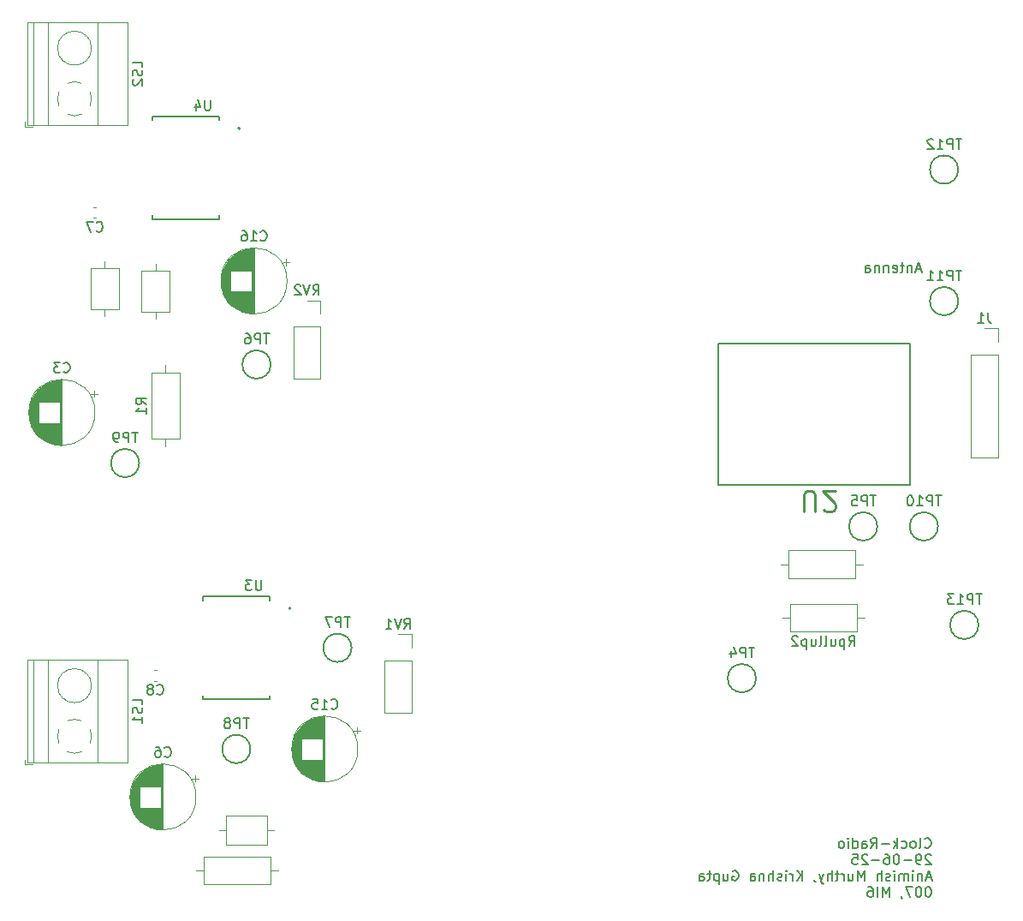
<source format=gbr>
%TF.GenerationSoftware,KiCad,Pcbnew,9.0.3*%
%TF.CreationDate,2025-07-08T18:12:23-07:00*%
%TF.ProjectId,pcb_schematics,7063625f-7363-4686-956d-61746963732e,rev?*%
%TF.SameCoordinates,Original*%
%TF.FileFunction,Legend,Bot*%
%TF.FilePolarity,Positive*%
%FSLAX46Y46*%
G04 Gerber Fmt 4.6, Leading zero omitted, Abs format (unit mm)*
G04 Created by KiCad (PCBNEW 9.0.3) date 2025-07-08 18:12:23*
%MOMM*%
%LPD*%
G01*
G04 APERTURE LIST*
%ADD10C,0.150000*%
%ADD11C,0.250000*%
%ADD12C,0.120000*%
%ADD13C,0.127000*%
%ADD14C,0.200000*%
G04 APERTURE END LIST*
D10*
X183710839Y-80844104D02*
X183234649Y-80844104D01*
X183806077Y-81129819D02*
X183472744Y-80129819D01*
X183472744Y-80129819D02*
X183139411Y-81129819D01*
X182806077Y-80463152D02*
X182806077Y-81129819D01*
X182806077Y-80558390D02*
X182758458Y-80510771D01*
X182758458Y-80510771D02*
X182663220Y-80463152D01*
X182663220Y-80463152D02*
X182520363Y-80463152D01*
X182520363Y-80463152D02*
X182425125Y-80510771D01*
X182425125Y-80510771D02*
X182377506Y-80606009D01*
X182377506Y-80606009D02*
X182377506Y-81129819D01*
X182044172Y-80463152D02*
X181663220Y-80463152D01*
X181901315Y-80129819D02*
X181901315Y-80986961D01*
X181901315Y-80986961D02*
X181853696Y-81082200D01*
X181853696Y-81082200D02*
X181758458Y-81129819D01*
X181758458Y-81129819D02*
X181663220Y-81129819D01*
X180948934Y-81082200D02*
X181044172Y-81129819D01*
X181044172Y-81129819D02*
X181234648Y-81129819D01*
X181234648Y-81129819D02*
X181329886Y-81082200D01*
X181329886Y-81082200D02*
X181377505Y-80986961D01*
X181377505Y-80986961D02*
X181377505Y-80606009D01*
X181377505Y-80606009D02*
X181329886Y-80510771D01*
X181329886Y-80510771D02*
X181234648Y-80463152D01*
X181234648Y-80463152D02*
X181044172Y-80463152D01*
X181044172Y-80463152D02*
X180948934Y-80510771D01*
X180948934Y-80510771D02*
X180901315Y-80606009D01*
X180901315Y-80606009D02*
X180901315Y-80701247D01*
X180901315Y-80701247D02*
X181377505Y-80796485D01*
X180472743Y-80463152D02*
X180472743Y-81129819D01*
X180472743Y-80558390D02*
X180425124Y-80510771D01*
X180425124Y-80510771D02*
X180329886Y-80463152D01*
X180329886Y-80463152D02*
X180187029Y-80463152D01*
X180187029Y-80463152D02*
X180091791Y-80510771D01*
X180091791Y-80510771D02*
X180044172Y-80606009D01*
X180044172Y-80606009D02*
X180044172Y-81129819D01*
X179567981Y-80463152D02*
X179567981Y-81129819D01*
X179567981Y-80558390D02*
X179520362Y-80510771D01*
X179520362Y-80510771D02*
X179425124Y-80463152D01*
X179425124Y-80463152D02*
X179282267Y-80463152D01*
X179282267Y-80463152D02*
X179187029Y-80510771D01*
X179187029Y-80510771D02*
X179139410Y-80606009D01*
X179139410Y-80606009D02*
X179139410Y-81129819D01*
X178234648Y-81129819D02*
X178234648Y-80606009D01*
X178234648Y-80606009D02*
X178282267Y-80510771D01*
X178282267Y-80510771D02*
X178377505Y-80463152D01*
X178377505Y-80463152D02*
X178567981Y-80463152D01*
X178567981Y-80463152D02*
X178663219Y-80510771D01*
X178234648Y-81082200D02*
X178329886Y-81129819D01*
X178329886Y-81129819D02*
X178567981Y-81129819D01*
X178567981Y-81129819D02*
X178663219Y-81082200D01*
X178663219Y-81082200D02*
X178710838Y-80986961D01*
X178710838Y-80986961D02*
X178710838Y-80891723D01*
X178710838Y-80891723D02*
X178663219Y-80796485D01*
X178663219Y-80796485D02*
X178567981Y-80748866D01*
X178567981Y-80748866D02*
X178329886Y-80748866D01*
X178329886Y-80748866D02*
X178234648Y-80701247D01*
X184091792Y-137944748D02*
X184139411Y-137992368D01*
X184139411Y-137992368D02*
X184282268Y-138039987D01*
X184282268Y-138039987D02*
X184377506Y-138039987D01*
X184377506Y-138039987D02*
X184520363Y-137992368D01*
X184520363Y-137992368D02*
X184615601Y-137897129D01*
X184615601Y-137897129D02*
X184663220Y-137801891D01*
X184663220Y-137801891D02*
X184710839Y-137611415D01*
X184710839Y-137611415D02*
X184710839Y-137468558D01*
X184710839Y-137468558D02*
X184663220Y-137278082D01*
X184663220Y-137278082D02*
X184615601Y-137182844D01*
X184615601Y-137182844D02*
X184520363Y-137087606D01*
X184520363Y-137087606D02*
X184377506Y-137039987D01*
X184377506Y-137039987D02*
X184282268Y-137039987D01*
X184282268Y-137039987D02*
X184139411Y-137087606D01*
X184139411Y-137087606D02*
X184091792Y-137135225D01*
X183520363Y-138039987D02*
X183615601Y-137992368D01*
X183615601Y-137992368D02*
X183663220Y-137897129D01*
X183663220Y-137897129D02*
X183663220Y-137039987D01*
X182996553Y-138039987D02*
X183091791Y-137992368D01*
X183091791Y-137992368D02*
X183139410Y-137944748D01*
X183139410Y-137944748D02*
X183187029Y-137849510D01*
X183187029Y-137849510D02*
X183187029Y-137563796D01*
X183187029Y-137563796D02*
X183139410Y-137468558D01*
X183139410Y-137468558D02*
X183091791Y-137420939D01*
X183091791Y-137420939D02*
X182996553Y-137373320D01*
X182996553Y-137373320D02*
X182853696Y-137373320D01*
X182853696Y-137373320D02*
X182758458Y-137420939D01*
X182758458Y-137420939D02*
X182710839Y-137468558D01*
X182710839Y-137468558D02*
X182663220Y-137563796D01*
X182663220Y-137563796D02*
X182663220Y-137849510D01*
X182663220Y-137849510D02*
X182710839Y-137944748D01*
X182710839Y-137944748D02*
X182758458Y-137992368D01*
X182758458Y-137992368D02*
X182853696Y-138039987D01*
X182853696Y-138039987D02*
X182996553Y-138039987D01*
X181806077Y-137992368D02*
X181901315Y-138039987D01*
X181901315Y-138039987D02*
X182091791Y-138039987D01*
X182091791Y-138039987D02*
X182187029Y-137992368D01*
X182187029Y-137992368D02*
X182234648Y-137944748D01*
X182234648Y-137944748D02*
X182282267Y-137849510D01*
X182282267Y-137849510D02*
X182282267Y-137563796D01*
X182282267Y-137563796D02*
X182234648Y-137468558D01*
X182234648Y-137468558D02*
X182187029Y-137420939D01*
X182187029Y-137420939D02*
X182091791Y-137373320D01*
X182091791Y-137373320D02*
X181901315Y-137373320D01*
X181901315Y-137373320D02*
X181806077Y-137420939D01*
X181377505Y-138039987D02*
X181377505Y-137039987D01*
X181282267Y-137659034D02*
X180996553Y-138039987D01*
X180996553Y-137373320D02*
X181377505Y-137754272D01*
X180567981Y-137659034D02*
X179806077Y-137659034D01*
X178758458Y-138039987D02*
X179091791Y-137563796D01*
X179329886Y-138039987D02*
X179329886Y-137039987D01*
X179329886Y-137039987D02*
X178948934Y-137039987D01*
X178948934Y-137039987D02*
X178853696Y-137087606D01*
X178853696Y-137087606D02*
X178806077Y-137135225D01*
X178806077Y-137135225D02*
X178758458Y-137230463D01*
X178758458Y-137230463D02*
X178758458Y-137373320D01*
X178758458Y-137373320D02*
X178806077Y-137468558D01*
X178806077Y-137468558D02*
X178853696Y-137516177D01*
X178853696Y-137516177D02*
X178948934Y-137563796D01*
X178948934Y-137563796D02*
X179329886Y-137563796D01*
X177901315Y-138039987D02*
X177901315Y-137516177D01*
X177901315Y-137516177D02*
X177948934Y-137420939D01*
X177948934Y-137420939D02*
X178044172Y-137373320D01*
X178044172Y-137373320D02*
X178234648Y-137373320D01*
X178234648Y-137373320D02*
X178329886Y-137420939D01*
X177901315Y-137992368D02*
X177996553Y-138039987D01*
X177996553Y-138039987D02*
X178234648Y-138039987D01*
X178234648Y-138039987D02*
X178329886Y-137992368D01*
X178329886Y-137992368D02*
X178377505Y-137897129D01*
X178377505Y-137897129D02*
X178377505Y-137801891D01*
X178377505Y-137801891D02*
X178329886Y-137706653D01*
X178329886Y-137706653D02*
X178234648Y-137659034D01*
X178234648Y-137659034D02*
X177996553Y-137659034D01*
X177996553Y-137659034D02*
X177901315Y-137611415D01*
X176996553Y-138039987D02*
X176996553Y-137039987D01*
X176996553Y-137992368D02*
X177091791Y-138039987D01*
X177091791Y-138039987D02*
X177282267Y-138039987D01*
X177282267Y-138039987D02*
X177377505Y-137992368D01*
X177377505Y-137992368D02*
X177425124Y-137944748D01*
X177425124Y-137944748D02*
X177472743Y-137849510D01*
X177472743Y-137849510D02*
X177472743Y-137563796D01*
X177472743Y-137563796D02*
X177425124Y-137468558D01*
X177425124Y-137468558D02*
X177377505Y-137420939D01*
X177377505Y-137420939D02*
X177282267Y-137373320D01*
X177282267Y-137373320D02*
X177091791Y-137373320D01*
X177091791Y-137373320D02*
X176996553Y-137420939D01*
X176520362Y-138039987D02*
X176520362Y-137373320D01*
X176520362Y-137039987D02*
X176567981Y-137087606D01*
X176567981Y-137087606D02*
X176520362Y-137135225D01*
X176520362Y-137135225D02*
X176472743Y-137087606D01*
X176472743Y-137087606D02*
X176520362Y-137039987D01*
X176520362Y-137039987D02*
X176520362Y-137135225D01*
X175901315Y-138039987D02*
X175996553Y-137992368D01*
X175996553Y-137992368D02*
X176044172Y-137944748D01*
X176044172Y-137944748D02*
X176091791Y-137849510D01*
X176091791Y-137849510D02*
X176091791Y-137563796D01*
X176091791Y-137563796D02*
X176044172Y-137468558D01*
X176044172Y-137468558D02*
X175996553Y-137420939D01*
X175996553Y-137420939D02*
X175901315Y-137373320D01*
X175901315Y-137373320D02*
X175758458Y-137373320D01*
X175758458Y-137373320D02*
X175663220Y-137420939D01*
X175663220Y-137420939D02*
X175615601Y-137468558D01*
X175615601Y-137468558D02*
X175567982Y-137563796D01*
X175567982Y-137563796D02*
X175567982Y-137849510D01*
X175567982Y-137849510D02*
X175615601Y-137944748D01*
X175615601Y-137944748D02*
X175663220Y-137992368D01*
X175663220Y-137992368D02*
X175758458Y-138039987D01*
X175758458Y-138039987D02*
X175901315Y-138039987D01*
X184710839Y-138745169D02*
X184663220Y-138697550D01*
X184663220Y-138697550D02*
X184567982Y-138649931D01*
X184567982Y-138649931D02*
X184329887Y-138649931D01*
X184329887Y-138649931D02*
X184234649Y-138697550D01*
X184234649Y-138697550D02*
X184187030Y-138745169D01*
X184187030Y-138745169D02*
X184139411Y-138840407D01*
X184139411Y-138840407D02*
X184139411Y-138935645D01*
X184139411Y-138935645D02*
X184187030Y-139078502D01*
X184187030Y-139078502D02*
X184758458Y-139649931D01*
X184758458Y-139649931D02*
X184139411Y-139649931D01*
X183663220Y-139649931D02*
X183472744Y-139649931D01*
X183472744Y-139649931D02*
X183377506Y-139602312D01*
X183377506Y-139602312D02*
X183329887Y-139554692D01*
X183329887Y-139554692D02*
X183234649Y-139411835D01*
X183234649Y-139411835D02*
X183187030Y-139221359D01*
X183187030Y-139221359D02*
X183187030Y-138840407D01*
X183187030Y-138840407D02*
X183234649Y-138745169D01*
X183234649Y-138745169D02*
X183282268Y-138697550D01*
X183282268Y-138697550D02*
X183377506Y-138649931D01*
X183377506Y-138649931D02*
X183567982Y-138649931D01*
X183567982Y-138649931D02*
X183663220Y-138697550D01*
X183663220Y-138697550D02*
X183710839Y-138745169D01*
X183710839Y-138745169D02*
X183758458Y-138840407D01*
X183758458Y-138840407D02*
X183758458Y-139078502D01*
X183758458Y-139078502D02*
X183710839Y-139173740D01*
X183710839Y-139173740D02*
X183663220Y-139221359D01*
X183663220Y-139221359D02*
X183567982Y-139268978D01*
X183567982Y-139268978D02*
X183377506Y-139268978D01*
X183377506Y-139268978D02*
X183282268Y-139221359D01*
X183282268Y-139221359D02*
X183234649Y-139173740D01*
X183234649Y-139173740D02*
X183187030Y-139078502D01*
X182758458Y-139268978D02*
X181996554Y-139268978D01*
X181329887Y-138649931D02*
X181234649Y-138649931D01*
X181234649Y-138649931D02*
X181139411Y-138697550D01*
X181139411Y-138697550D02*
X181091792Y-138745169D01*
X181091792Y-138745169D02*
X181044173Y-138840407D01*
X181044173Y-138840407D02*
X180996554Y-139030883D01*
X180996554Y-139030883D02*
X180996554Y-139268978D01*
X180996554Y-139268978D02*
X181044173Y-139459454D01*
X181044173Y-139459454D02*
X181091792Y-139554692D01*
X181091792Y-139554692D02*
X181139411Y-139602312D01*
X181139411Y-139602312D02*
X181234649Y-139649931D01*
X181234649Y-139649931D02*
X181329887Y-139649931D01*
X181329887Y-139649931D02*
X181425125Y-139602312D01*
X181425125Y-139602312D02*
X181472744Y-139554692D01*
X181472744Y-139554692D02*
X181520363Y-139459454D01*
X181520363Y-139459454D02*
X181567982Y-139268978D01*
X181567982Y-139268978D02*
X181567982Y-139030883D01*
X181567982Y-139030883D02*
X181520363Y-138840407D01*
X181520363Y-138840407D02*
X181472744Y-138745169D01*
X181472744Y-138745169D02*
X181425125Y-138697550D01*
X181425125Y-138697550D02*
X181329887Y-138649931D01*
X180139411Y-138649931D02*
X180329887Y-138649931D01*
X180329887Y-138649931D02*
X180425125Y-138697550D01*
X180425125Y-138697550D02*
X180472744Y-138745169D01*
X180472744Y-138745169D02*
X180567982Y-138888026D01*
X180567982Y-138888026D02*
X180615601Y-139078502D01*
X180615601Y-139078502D02*
X180615601Y-139459454D01*
X180615601Y-139459454D02*
X180567982Y-139554692D01*
X180567982Y-139554692D02*
X180520363Y-139602312D01*
X180520363Y-139602312D02*
X180425125Y-139649931D01*
X180425125Y-139649931D02*
X180234649Y-139649931D01*
X180234649Y-139649931D02*
X180139411Y-139602312D01*
X180139411Y-139602312D02*
X180091792Y-139554692D01*
X180091792Y-139554692D02*
X180044173Y-139459454D01*
X180044173Y-139459454D02*
X180044173Y-139221359D01*
X180044173Y-139221359D02*
X180091792Y-139126121D01*
X180091792Y-139126121D02*
X180139411Y-139078502D01*
X180139411Y-139078502D02*
X180234649Y-139030883D01*
X180234649Y-139030883D02*
X180425125Y-139030883D01*
X180425125Y-139030883D02*
X180520363Y-139078502D01*
X180520363Y-139078502D02*
X180567982Y-139126121D01*
X180567982Y-139126121D02*
X180615601Y-139221359D01*
X179615601Y-139268978D02*
X178853697Y-139268978D01*
X178425125Y-138745169D02*
X178377506Y-138697550D01*
X178377506Y-138697550D02*
X178282268Y-138649931D01*
X178282268Y-138649931D02*
X178044173Y-138649931D01*
X178044173Y-138649931D02*
X177948935Y-138697550D01*
X177948935Y-138697550D02*
X177901316Y-138745169D01*
X177901316Y-138745169D02*
X177853697Y-138840407D01*
X177853697Y-138840407D02*
X177853697Y-138935645D01*
X177853697Y-138935645D02*
X177901316Y-139078502D01*
X177901316Y-139078502D02*
X178472744Y-139649931D01*
X178472744Y-139649931D02*
X177853697Y-139649931D01*
X176948935Y-138649931D02*
X177425125Y-138649931D01*
X177425125Y-138649931D02*
X177472744Y-139126121D01*
X177472744Y-139126121D02*
X177425125Y-139078502D01*
X177425125Y-139078502D02*
X177329887Y-139030883D01*
X177329887Y-139030883D02*
X177091792Y-139030883D01*
X177091792Y-139030883D02*
X176996554Y-139078502D01*
X176996554Y-139078502D02*
X176948935Y-139126121D01*
X176948935Y-139126121D02*
X176901316Y-139221359D01*
X176901316Y-139221359D02*
X176901316Y-139459454D01*
X176901316Y-139459454D02*
X176948935Y-139554692D01*
X176948935Y-139554692D02*
X176996554Y-139602312D01*
X176996554Y-139602312D02*
X177091792Y-139649931D01*
X177091792Y-139649931D02*
X177329887Y-139649931D01*
X177329887Y-139649931D02*
X177425125Y-139602312D01*
X177425125Y-139602312D02*
X177472744Y-139554692D01*
X184710839Y-140974160D02*
X184234649Y-140974160D01*
X184806077Y-141259875D02*
X184472744Y-140259875D01*
X184472744Y-140259875D02*
X184139411Y-141259875D01*
X183806077Y-140593208D02*
X183806077Y-141259875D01*
X183806077Y-140688446D02*
X183758458Y-140640827D01*
X183758458Y-140640827D02*
X183663220Y-140593208D01*
X183663220Y-140593208D02*
X183520363Y-140593208D01*
X183520363Y-140593208D02*
X183425125Y-140640827D01*
X183425125Y-140640827D02*
X183377506Y-140736065D01*
X183377506Y-140736065D02*
X183377506Y-141259875D01*
X182901315Y-141259875D02*
X182901315Y-140593208D01*
X182901315Y-140259875D02*
X182948934Y-140307494D01*
X182948934Y-140307494D02*
X182901315Y-140355113D01*
X182901315Y-140355113D02*
X182853696Y-140307494D01*
X182853696Y-140307494D02*
X182901315Y-140259875D01*
X182901315Y-140259875D02*
X182901315Y-140355113D01*
X182425125Y-141259875D02*
X182425125Y-140593208D01*
X182425125Y-140688446D02*
X182377506Y-140640827D01*
X182377506Y-140640827D02*
X182282268Y-140593208D01*
X182282268Y-140593208D02*
X182139411Y-140593208D01*
X182139411Y-140593208D02*
X182044173Y-140640827D01*
X182044173Y-140640827D02*
X181996554Y-140736065D01*
X181996554Y-140736065D02*
X181996554Y-141259875D01*
X181996554Y-140736065D02*
X181948935Y-140640827D01*
X181948935Y-140640827D02*
X181853697Y-140593208D01*
X181853697Y-140593208D02*
X181710840Y-140593208D01*
X181710840Y-140593208D02*
X181615601Y-140640827D01*
X181615601Y-140640827D02*
X181567982Y-140736065D01*
X181567982Y-140736065D02*
X181567982Y-141259875D01*
X181091792Y-141259875D02*
X181091792Y-140593208D01*
X181091792Y-140259875D02*
X181139411Y-140307494D01*
X181139411Y-140307494D02*
X181091792Y-140355113D01*
X181091792Y-140355113D02*
X181044173Y-140307494D01*
X181044173Y-140307494D02*
X181091792Y-140259875D01*
X181091792Y-140259875D02*
X181091792Y-140355113D01*
X180663221Y-141212256D02*
X180567983Y-141259875D01*
X180567983Y-141259875D02*
X180377507Y-141259875D01*
X180377507Y-141259875D02*
X180282269Y-141212256D01*
X180282269Y-141212256D02*
X180234650Y-141117017D01*
X180234650Y-141117017D02*
X180234650Y-141069398D01*
X180234650Y-141069398D02*
X180282269Y-140974160D01*
X180282269Y-140974160D02*
X180377507Y-140926541D01*
X180377507Y-140926541D02*
X180520364Y-140926541D01*
X180520364Y-140926541D02*
X180615602Y-140878922D01*
X180615602Y-140878922D02*
X180663221Y-140783684D01*
X180663221Y-140783684D02*
X180663221Y-140736065D01*
X180663221Y-140736065D02*
X180615602Y-140640827D01*
X180615602Y-140640827D02*
X180520364Y-140593208D01*
X180520364Y-140593208D02*
X180377507Y-140593208D01*
X180377507Y-140593208D02*
X180282269Y-140640827D01*
X179806078Y-141259875D02*
X179806078Y-140259875D01*
X179377507Y-141259875D02*
X179377507Y-140736065D01*
X179377507Y-140736065D02*
X179425126Y-140640827D01*
X179425126Y-140640827D02*
X179520364Y-140593208D01*
X179520364Y-140593208D02*
X179663221Y-140593208D01*
X179663221Y-140593208D02*
X179758459Y-140640827D01*
X179758459Y-140640827D02*
X179806078Y-140688446D01*
X178139411Y-141259875D02*
X178139411Y-140259875D01*
X178139411Y-140259875D02*
X177806078Y-140974160D01*
X177806078Y-140974160D02*
X177472745Y-140259875D01*
X177472745Y-140259875D02*
X177472745Y-141259875D01*
X176567983Y-140593208D02*
X176567983Y-141259875D01*
X176996554Y-140593208D02*
X176996554Y-141117017D01*
X176996554Y-141117017D02*
X176948935Y-141212256D01*
X176948935Y-141212256D02*
X176853697Y-141259875D01*
X176853697Y-141259875D02*
X176710840Y-141259875D01*
X176710840Y-141259875D02*
X176615602Y-141212256D01*
X176615602Y-141212256D02*
X176567983Y-141164636D01*
X176091792Y-141259875D02*
X176091792Y-140593208D01*
X176091792Y-140783684D02*
X176044173Y-140688446D01*
X176044173Y-140688446D02*
X175996554Y-140640827D01*
X175996554Y-140640827D02*
X175901316Y-140593208D01*
X175901316Y-140593208D02*
X175806078Y-140593208D01*
X175615601Y-140593208D02*
X175234649Y-140593208D01*
X175472744Y-140259875D02*
X175472744Y-141117017D01*
X175472744Y-141117017D02*
X175425125Y-141212256D01*
X175425125Y-141212256D02*
X175329887Y-141259875D01*
X175329887Y-141259875D02*
X175234649Y-141259875D01*
X174901315Y-141259875D02*
X174901315Y-140259875D01*
X174472744Y-141259875D02*
X174472744Y-140736065D01*
X174472744Y-140736065D02*
X174520363Y-140640827D01*
X174520363Y-140640827D02*
X174615601Y-140593208D01*
X174615601Y-140593208D02*
X174758458Y-140593208D01*
X174758458Y-140593208D02*
X174853696Y-140640827D01*
X174853696Y-140640827D02*
X174901315Y-140688446D01*
X174091791Y-140593208D02*
X173853696Y-141259875D01*
X173615601Y-140593208D02*
X173853696Y-141259875D01*
X173853696Y-141259875D02*
X173948934Y-141497970D01*
X173948934Y-141497970D02*
X173996553Y-141545589D01*
X173996553Y-141545589D02*
X174091791Y-141593208D01*
X173187029Y-141212256D02*
X173187029Y-141259875D01*
X173187029Y-141259875D02*
X173234648Y-141355113D01*
X173234648Y-141355113D02*
X173282267Y-141402732D01*
X171996553Y-141259875D02*
X171996553Y-140259875D01*
X171425125Y-141259875D02*
X171853696Y-140688446D01*
X171425125Y-140259875D02*
X171996553Y-140831303D01*
X170996553Y-141259875D02*
X170996553Y-140593208D01*
X170996553Y-140783684D02*
X170948934Y-140688446D01*
X170948934Y-140688446D02*
X170901315Y-140640827D01*
X170901315Y-140640827D02*
X170806077Y-140593208D01*
X170806077Y-140593208D02*
X170710839Y-140593208D01*
X170377505Y-141259875D02*
X170377505Y-140593208D01*
X170377505Y-140259875D02*
X170425124Y-140307494D01*
X170425124Y-140307494D02*
X170377505Y-140355113D01*
X170377505Y-140355113D02*
X170329886Y-140307494D01*
X170329886Y-140307494D02*
X170377505Y-140259875D01*
X170377505Y-140259875D02*
X170377505Y-140355113D01*
X169948934Y-141212256D02*
X169853696Y-141259875D01*
X169853696Y-141259875D02*
X169663220Y-141259875D01*
X169663220Y-141259875D02*
X169567982Y-141212256D01*
X169567982Y-141212256D02*
X169520363Y-141117017D01*
X169520363Y-141117017D02*
X169520363Y-141069398D01*
X169520363Y-141069398D02*
X169567982Y-140974160D01*
X169567982Y-140974160D02*
X169663220Y-140926541D01*
X169663220Y-140926541D02*
X169806077Y-140926541D01*
X169806077Y-140926541D02*
X169901315Y-140878922D01*
X169901315Y-140878922D02*
X169948934Y-140783684D01*
X169948934Y-140783684D02*
X169948934Y-140736065D01*
X169948934Y-140736065D02*
X169901315Y-140640827D01*
X169901315Y-140640827D02*
X169806077Y-140593208D01*
X169806077Y-140593208D02*
X169663220Y-140593208D01*
X169663220Y-140593208D02*
X169567982Y-140640827D01*
X169091791Y-141259875D02*
X169091791Y-140259875D01*
X168663220Y-141259875D02*
X168663220Y-140736065D01*
X168663220Y-140736065D02*
X168710839Y-140640827D01*
X168710839Y-140640827D02*
X168806077Y-140593208D01*
X168806077Y-140593208D02*
X168948934Y-140593208D01*
X168948934Y-140593208D02*
X169044172Y-140640827D01*
X169044172Y-140640827D02*
X169091791Y-140688446D01*
X168187029Y-140593208D02*
X168187029Y-141259875D01*
X168187029Y-140688446D02*
X168139410Y-140640827D01*
X168139410Y-140640827D02*
X168044172Y-140593208D01*
X168044172Y-140593208D02*
X167901315Y-140593208D01*
X167901315Y-140593208D02*
X167806077Y-140640827D01*
X167806077Y-140640827D02*
X167758458Y-140736065D01*
X167758458Y-140736065D02*
X167758458Y-141259875D01*
X166853696Y-141259875D02*
X166853696Y-140736065D01*
X166853696Y-140736065D02*
X166901315Y-140640827D01*
X166901315Y-140640827D02*
X166996553Y-140593208D01*
X166996553Y-140593208D02*
X167187029Y-140593208D01*
X167187029Y-140593208D02*
X167282267Y-140640827D01*
X166853696Y-141212256D02*
X166948934Y-141259875D01*
X166948934Y-141259875D02*
X167187029Y-141259875D01*
X167187029Y-141259875D02*
X167282267Y-141212256D01*
X167282267Y-141212256D02*
X167329886Y-141117017D01*
X167329886Y-141117017D02*
X167329886Y-141021779D01*
X167329886Y-141021779D02*
X167282267Y-140926541D01*
X167282267Y-140926541D02*
X167187029Y-140878922D01*
X167187029Y-140878922D02*
X166948934Y-140878922D01*
X166948934Y-140878922D02*
X166853696Y-140831303D01*
X165091791Y-140307494D02*
X165187029Y-140259875D01*
X165187029Y-140259875D02*
X165329886Y-140259875D01*
X165329886Y-140259875D02*
X165472743Y-140307494D01*
X165472743Y-140307494D02*
X165567981Y-140402732D01*
X165567981Y-140402732D02*
X165615600Y-140497970D01*
X165615600Y-140497970D02*
X165663219Y-140688446D01*
X165663219Y-140688446D02*
X165663219Y-140831303D01*
X165663219Y-140831303D02*
X165615600Y-141021779D01*
X165615600Y-141021779D02*
X165567981Y-141117017D01*
X165567981Y-141117017D02*
X165472743Y-141212256D01*
X165472743Y-141212256D02*
X165329886Y-141259875D01*
X165329886Y-141259875D02*
X165234648Y-141259875D01*
X165234648Y-141259875D02*
X165091791Y-141212256D01*
X165091791Y-141212256D02*
X165044172Y-141164636D01*
X165044172Y-141164636D02*
X165044172Y-140831303D01*
X165044172Y-140831303D02*
X165234648Y-140831303D01*
X164187029Y-140593208D02*
X164187029Y-141259875D01*
X164615600Y-140593208D02*
X164615600Y-141117017D01*
X164615600Y-141117017D02*
X164567981Y-141212256D01*
X164567981Y-141212256D02*
X164472743Y-141259875D01*
X164472743Y-141259875D02*
X164329886Y-141259875D01*
X164329886Y-141259875D02*
X164234648Y-141212256D01*
X164234648Y-141212256D02*
X164187029Y-141164636D01*
X163710838Y-140593208D02*
X163710838Y-141593208D01*
X163710838Y-140640827D02*
X163615600Y-140593208D01*
X163615600Y-140593208D02*
X163425124Y-140593208D01*
X163425124Y-140593208D02*
X163329886Y-140640827D01*
X163329886Y-140640827D02*
X163282267Y-140688446D01*
X163282267Y-140688446D02*
X163234648Y-140783684D01*
X163234648Y-140783684D02*
X163234648Y-141069398D01*
X163234648Y-141069398D02*
X163282267Y-141164636D01*
X163282267Y-141164636D02*
X163329886Y-141212256D01*
X163329886Y-141212256D02*
X163425124Y-141259875D01*
X163425124Y-141259875D02*
X163615600Y-141259875D01*
X163615600Y-141259875D02*
X163710838Y-141212256D01*
X162948933Y-140593208D02*
X162567981Y-140593208D01*
X162806076Y-140259875D02*
X162806076Y-141117017D01*
X162806076Y-141117017D02*
X162758457Y-141212256D01*
X162758457Y-141212256D02*
X162663219Y-141259875D01*
X162663219Y-141259875D02*
X162567981Y-141259875D01*
X161806076Y-141259875D02*
X161806076Y-140736065D01*
X161806076Y-140736065D02*
X161853695Y-140640827D01*
X161853695Y-140640827D02*
X161948933Y-140593208D01*
X161948933Y-140593208D02*
X162139409Y-140593208D01*
X162139409Y-140593208D02*
X162234647Y-140640827D01*
X161806076Y-141212256D02*
X161901314Y-141259875D01*
X161901314Y-141259875D02*
X162139409Y-141259875D01*
X162139409Y-141259875D02*
X162234647Y-141212256D01*
X162234647Y-141212256D02*
X162282266Y-141117017D01*
X162282266Y-141117017D02*
X162282266Y-141021779D01*
X162282266Y-141021779D02*
X162234647Y-140926541D01*
X162234647Y-140926541D02*
X162139409Y-140878922D01*
X162139409Y-140878922D02*
X161901314Y-140878922D01*
X161901314Y-140878922D02*
X161806076Y-140831303D01*
X184472744Y-141869819D02*
X184377506Y-141869819D01*
X184377506Y-141869819D02*
X184282268Y-141917438D01*
X184282268Y-141917438D02*
X184234649Y-141965057D01*
X184234649Y-141965057D02*
X184187030Y-142060295D01*
X184187030Y-142060295D02*
X184139411Y-142250771D01*
X184139411Y-142250771D02*
X184139411Y-142488866D01*
X184139411Y-142488866D02*
X184187030Y-142679342D01*
X184187030Y-142679342D02*
X184234649Y-142774580D01*
X184234649Y-142774580D02*
X184282268Y-142822200D01*
X184282268Y-142822200D02*
X184377506Y-142869819D01*
X184377506Y-142869819D02*
X184472744Y-142869819D01*
X184472744Y-142869819D02*
X184567982Y-142822200D01*
X184567982Y-142822200D02*
X184615601Y-142774580D01*
X184615601Y-142774580D02*
X184663220Y-142679342D01*
X184663220Y-142679342D02*
X184710839Y-142488866D01*
X184710839Y-142488866D02*
X184710839Y-142250771D01*
X184710839Y-142250771D02*
X184663220Y-142060295D01*
X184663220Y-142060295D02*
X184615601Y-141965057D01*
X184615601Y-141965057D02*
X184567982Y-141917438D01*
X184567982Y-141917438D02*
X184472744Y-141869819D01*
X183520363Y-141869819D02*
X183425125Y-141869819D01*
X183425125Y-141869819D02*
X183329887Y-141917438D01*
X183329887Y-141917438D02*
X183282268Y-141965057D01*
X183282268Y-141965057D02*
X183234649Y-142060295D01*
X183234649Y-142060295D02*
X183187030Y-142250771D01*
X183187030Y-142250771D02*
X183187030Y-142488866D01*
X183187030Y-142488866D02*
X183234649Y-142679342D01*
X183234649Y-142679342D02*
X183282268Y-142774580D01*
X183282268Y-142774580D02*
X183329887Y-142822200D01*
X183329887Y-142822200D02*
X183425125Y-142869819D01*
X183425125Y-142869819D02*
X183520363Y-142869819D01*
X183520363Y-142869819D02*
X183615601Y-142822200D01*
X183615601Y-142822200D02*
X183663220Y-142774580D01*
X183663220Y-142774580D02*
X183710839Y-142679342D01*
X183710839Y-142679342D02*
X183758458Y-142488866D01*
X183758458Y-142488866D02*
X183758458Y-142250771D01*
X183758458Y-142250771D02*
X183710839Y-142060295D01*
X183710839Y-142060295D02*
X183663220Y-141965057D01*
X183663220Y-141965057D02*
X183615601Y-141917438D01*
X183615601Y-141917438D02*
X183520363Y-141869819D01*
X182853696Y-141869819D02*
X182187030Y-141869819D01*
X182187030Y-141869819D02*
X182615601Y-142869819D01*
X181758458Y-142822200D02*
X181758458Y-142869819D01*
X181758458Y-142869819D02*
X181806077Y-142965057D01*
X181806077Y-142965057D02*
X181853696Y-143012676D01*
X180567982Y-142869819D02*
X180567982Y-141869819D01*
X180567982Y-141869819D02*
X180234649Y-142584104D01*
X180234649Y-142584104D02*
X179901316Y-141869819D01*
X179901316Y-141869819D02*
X179901316Y-142869819D01*
X179425125Y-142869819D02*
X179425125Y-141869819D01*
X178520364Y-141869819D02*
X178710840Y-141869819D01*
X178710840Y-141869819D02*
X178806078Y-141917438D01*
X178806078Y-141917438D02*
X178853697Y-141965057D01*
X178853697Y-141965057D02*
X178948935Y-142107914D01*
X178948935Y-142107914D02*
X178996554Y-142298390D01*
X178996554Y-142298390D02*
X178996554Y-142679342D01*
X178996554Y-142679342D02*
X178948935Y-142774580D01*
X178948935Y-142774580D02*
X178901316Y-142822200D01*
X178901316Y-142822200D02*
X178806078Y-142869819D01*
X178806078Y-142869819D02*
X178615602Y-142869819D01*
X178615602Y-142869819D02*
X178520364Y-142822200D01*
X178520364Y-142822200D02*
X178472745Y-142774580D01*
X178472745Y-142774580D02*
X178425126Y-142679342D01*
X178425126Y-142679342D02*
X178425126Y-142441247D01*
X178425126Y-142441247D02*
X178472745Y-142346009D01*
X178472745Y-142346009D02*
X178520364Y-142298390D01*
X178520364Y-142298390D02*
X178615602Y-142250771D01*
X178615602Y-142250771D02*
X178806078Y-142250771D01*
X178806078Y-142250771D02*
X178901316Y-142298390D01*
X178901316Y-142298390D02*
X178948935Y-142346009D01*
X178948935Y-142346009D02*
X178996554Y-142441247D01*
X123595238Y-83384819D02*
X123928571Y-82908628D01*
X124166666Y-83384819D02*
X124166666Y-82384819D01*
X124166666Y-82384819D02*
X123785714Y-82384819D01*
X123785714Y-82384819D02*
X123690476Y-82432438D01*
X123690476Y-82432438D02*
X123642857Y-82480057D01*
X123642857Y-82480057D02*
X123595238Y-82575295D01*
X123595238Y-82575295D02*
X123595238Y-82718152D01*
X123595238Y-82718152D02*
X123642857Y-82813390D01*
X123642857Y-82813390D02*
X123690476Y-82861009D01*
X123690476Y-82861009D02*
X123785714Y-82908628D01*
X123785714Y-82908628D02*
X124166666Y-82908628D01*
X123309523Y-82384819D02*
X122976190Y-83384819D01*
X122976190Y-83384819D02*
X122642857Y-82384819D01*
X122357142Y-82480057D02*
X122309523Y-82432438D01*
X122309523Y-82432438D02*
X122214285Y-82384819D01*
X122214285Y-82384819D02*
X121976190Y-82384819D01*
X121976190Y-82384819D02*
X121880952Y-82432438D01*
X121880952Y-82432438D02*
X121833333Y-82480057D01*
X121833333Y-82480057D02*
X121785714Y-82575295D01*
X121785714Y-82575295D02*
X121785714Y-82670533D01*
X121785714Y-82670533D02*
X121833333Y-82813390D01*
X121833333Y-82813390D02*
X122404761Y-83384819D01*
X122404761Y-83384819D02*
X121785714Y-83384819D01*
X187738094Y-67954819D02*
X187166666Y-67954819D01*
X187452380Y-68954819D02*
X187452380Y-67954819D01*
X186833332Y-68954819D02*
X186833332Y-67954819D01*
X186833332Y-67954819D02*
X186452380Y-67954819D01*
X186452380Y-67954819D02*
X186357142Y-68002438D01*
X186357142Y-68002438D02*
X186309523Y-68050057D01*
X186309523Y-68050057D02*
X186261904Y-68145295D01*
X186261904Y-68145295D02*
X186261904Y-68288152D01*
X186261904Y-68288152D02*
X186309523Y-68383390D01*
X186309523Y-68383390D02*
X186357142Y-68431009D01*
X186357142Y-68431009D02*
X186452380Y-68478628D01*
X186452380Y-68478628D02*
X186833332Y-68478628D01*
X185309523Y-68954819D02*
X185880951Y-68954819D01*
X185595237Y-68954819D02*
X185595237Y-67954819D01*
X185595237Y-67954819D02*
X185690475Y-68097676D01*
X185690475Y-68097676D02*
X185785713Y-68192914D01*
X185785713Y-68192914D02*
X185880951Y-68240533D01*
X184928570Y-68050057D02*
X184880951Y-68002438D01*
X184880951Y-68002438D02*
X184785713Y-67954819D01*
X184785713Y-67954819D02*
X184547618Y-67954819D01*
X184547618Y-67954819D02*
X184452380Y-68002438D01*
X184452380Y-68002438D02*
X184404761Y-68050057D01*
X184404761Y-68050057D02*
X184357142Y-68145295D01*
X184357142Y-68145295D02*
X184357142Y-68240533D01*
X184357142Y-68240533D02*
X184404761Y-68383390D01*
X184404761Y-68383390D02*
X184976189Y-68954819D01*
X184976189Y-68954819D02*
X184357142Y-68954819D01*
X108916666Y-128959580D02*
X108964285Y-129007200D01*
X108964285Y-129007200D02*
X109107142Y-129054819D01*
X109107142Y-129054819D02*
X109202380Y-129054819D01*
X109202380Y-129054819D02*
X109345237Y-129007200D01*
X109345237Y-129007200D02*
X109440475Y-128911961D01*
X109440475Y-128911961D02*
X109488094Y-128816723D01*
X109488094Y-128816723D02*
X109535713Y-128626247D01*
X109535713Y-128626247D02*
X109535713Y-128483390D01*
X109535713Y-128483390D02*
X109488094Y-128292914D01*
X109488094Y-128292914D02*
X109440475Y-128197676D01*
X109440475Y-128197676D02*
X109345237Y-128102438D01*
X109345237Y-128102438D02*
X109202380Y-128054819D01*
X109202380Y-128054819D02*
X109107142Y-128054819D01*
X109107142Y-128054819D02*
X108964285Y-128102438D01*
X108964285Y-128102438D02*
X108916666Y-128150057D01*
X108059523Y-128054819D02*
X108249999Y-128054819D01*
X108249999Y-128054819D02*
X108345237Y-128102438D01*
X108345237Y-128102438D02*
X108392856Y-128150057D01*
X108392856Y-128150057D02*
X108488094Y-128292914D01*
X108488094Y-128292914D02*
X108535713Y-128483390D01*
X108535713Y-128483390D02*
X108535713Y-128864342D01*
X108535713Y-128864342D02*
X108488094Y-128959580D01*
X108488094Y-128959580D02*
X108440475Y-129007200D01*
X108440475Y-129007200D02*
X108345237Y-129054819D01*
X108345237Y-129054819D02*
X108154761Y-129054819D01*
X108154761Y-129054819D02*
X108059523Y-129007200D01*
X108059523Y-129007200D02*
X108011904Y-128959580D01*
X108011904Y-128959580D02*
X107964285Y-128864342D01*
X107964285Y-128864342D02*
X107964285Y-128626247D01*
X107964285Y-128626247D02*
X108011904Y-128531009D01*
X108011904Y-128531009D02*
X108059523Y-128483390D01*
X108059523Y-128483390D02*
X108154761Y-128435771D01*
X108154761Y-128435771D02*
X108345237Y-128435771D01*
X108345237Y-128435771D02*
X108440475Y-128483390D01*
X108440475Y-128483390D02*
X108488094Y-128531009D01*
X108488094Y-128531009D02*
X108535713Y-128626247D01*
X167261904Y-118214819D02*
X166690476Y-118214819D01*
X166976190Y-119214819D02*
X166976190Y-118214819D01*
X166357142Y-119214819D02*
X166357142Y-118214819D01*
X166357142Y-118214819D02*
X165976190Y-118214819D01*
X165976190Y-118214819D02*
X165880952Y-118262438D01*
X165880952Y-118262438D02*
X165833333Y-118310057D01*
X165833333Y-118310057D02*
X165785714Y-118405295D01*
X165785714Y-118405295D02*
X165785714Y-118548152D01*
X165785714Y-118548152D02*
X165833333Y-118643390D01*
X165833333Y-118643390D02*
X165880952Y-118691009D01*
X165880952Y-118691009D02*
X165976190Y-118738628D01*
X165976190Y-118738628D02*
X166357142Y-118738628D01*
X164928571Y-118548152D02*
X164928571Y-119214819D01*
X165166666Y-118167200D02*
X165404761Y-118881485D01*
X165404761Y-118881485D02*
X164785714Y-118881485D01*
D11*
X172106190Y-104767761D02*
X172106190Y-103148714D01*
X172106190Y-103148714D02*
X172201428Y-102958238D01*
X172201428Y-102958238D02*
X172296666Y-102863000D01*
X172296666Y-102863000D02*
X172487142Y-102767761D01*
X172487142Y-102767761D02*
X172868095Y-102767761D01*
X172868095Y-102767761D02*
X173058571Y-102863000D01*
X173058571Y-102863000D02*
X173153809Y-102958238D01*
X173153809Y-102958238D02*
X173249047Y-103148714D01*
X173249047Y-103148714D02*
X173249047Y-104767761D01*
X174106190Y-104577285D02*
X174201428Y-104672523D01*
X174201428Y-104672523D02*
X174391904Y-104767761D01*
X174391904Y-104767761D02*
X174868095Y-104767761D01*
X174868095Y-104767761D02*
X175058571Y-104672523D01*
X175058571Y-104672523D02*
X175153809Y-104577285D01*
X175153809Y-104577285D02*
X175249047Y-104386809D01*
X175249047Y-104386809D02*
X175249047Y-104196333D01*
X175249047Y-104196333D02*
X175153809Y-103910619D01*
X175153809Y-103910619D02*
X174010952Y-102767761D01*
X174010952Y-102767761D02*
X175249047Y-102767761D01*
D10*
X102166666Y-77049580D02*
X102214285Y-77097200D01*
X102214285Y-77097200D02*
X102357142Y-77144819D01*
X102357142Y-77144819D02*
X102452380Y-77144819D01*
X102452380Y-77144819D02*
X102595237Y-77097200D01*
X102595237Y-77097200D02*
X102690475Y-77001961D01*
X102690475Y-77001961D02*
X102738094Y-76906723D01*
X102738094Y-76906723D02*
X102785713Y-76716247D01*
X102785713Y-76716247D02*
X102785713Y-76573390D01*
X102785713Y-76573390D02*
X102738094Y-76382914D01*
X102738094Y-76382914D02*
X102690475Y-76287676D01*
X102690475Y-76287676D02*
X102595237Y-76192438D01*
X102595237Y-76192438D02*
X102452380Y-76144819D01*
X102452380Y-76144819D02*
X102357142Y-76144819D01*
X102357142Y-76144819D02*
X102214285Y-76192438D01*
X102214285Y-76192438D02*
X102166666Y-76240057D01*
X101833332Y-76144819D02*
X101166666Y-76144819D01*
X101166666Y-76144819D02*
X101595237Y-77144819D01*
X118486904Y-111579819D02*
X118486904Y-112389342D01*
X118486904Y-112389342D02*
X118439285Y-112484580D01*
X118439285Y-112484580D02*
X118391666Y-112532200D01*
X118391666Y-112532200D02*
X118296428Y-112579819D01*
X118296428Y-112579819D02*
X118105952Y-112579819D01*
X118105952Y-112579819D02*
X118010714Y-112532200D01*
X118010714Y-112532200D02*
X117963095Y-112484580D01*
X117963095Y-112484580D02*
X117915476Y-112389342D01*
X117915476Y-112389342D02*
X117915476Y-111579819D01*
X117534523Y-111579819D02*
X116915476Y-111579819D01*
X116915476Y-111579819D02*
X117248809Y-111960771D01*
X117248809Y-111960771D02*
X117105952Y-111960771D01*
X117105952Y-111960771D02*
X117010714Y-112008390D01*
X117010714Y-112008390D02*
X116963095Y-112056009D01*
X116963095Y-112056009D02*
X116915476Y-112151247D01*
X116915476Y-112151247D02*
X116915476Y-112389342D01*
X116915476Y-112389342D02*
X116963095Y-112484580D01*
X116963095Y-112484580D02*
X117010714Y-112532200D01*
X117010714Y-112532200D02*
X117105952Y-112579819D01*
X117105952Y-112579819D02*
X117391666Y-112579819D01*
X117391666Y-112579819D02*
X117486904Y-112532200D01*
X117486904Y-112532200D02*
X117534523Y-112484580D01*
X179261904Y-103214819D02*
X178690476Y-103214819D01*
X178976190Y-104214819D02*
X178976190Y-103214819D01*
X178357142Y-104214819D02*
X178357142Y-103214819D01*
X178357142Y-103214819D02*
X177976190Y-103214819D01*
X177976190Y-103214819D02*
X177880952Y-103262438D01*
X177880952Y-103262438D02*
X177833333Y-103310057D01*
X177833333Y-103310057D02*
X177785714Y-103405295D01*
X177785714Y-103405295D02*
X177785714Y-103548152D01*
X177785714Y-103548152D02*
X177833333Y-103643390D01*
X177833333Y-103643390D02*
X177880952Y-103691009D01*
X177880952Y-103691009D02*
X177976190Y-103738628D01*
X177976190Y-103738628D02*
X178357142Y-103738628D01*
X176880952Y-103214819D02*
X177357142Y-103214819D01*
X177357142Y-103214819D02*
X177404761Y-103691009D01*
X177404761Y-103691009D02*
X177357142Y-103643390D01*
X177357142Y-103643390D02*
X177261904Y-103595771D01*
X177261904Y-103595771D02*
X177023809Y-103595771D01*
X177023809Y-103595771D02*
X176928571Y-103643390D01*
X176928571Y-103643390D02*
X176880952Y-103691009D01*
X176880952Y-103691009D02*
X176833333Y-103786247D01*
X176833333Y-103786247D02*
X176833333Y-104024342D01*
X176833333Y-104024342D02*
X176880952Y-104119580D01*
X176880952Y-104119580D02*
X176928571Y-104167200D01*
X176928571Y-104167200D02*
X177023809Y-104214819D01*
X177023809Y-104214819D02*
X177261904Y-104214819D01*
X177261904Y-104214819D02*
X177357142Y-104167200D01*
X177357142Y-104167200D02*
X177404761Y-104119580D01*
X98916666Y-90959580D02*
X98964285Y-91007200D01*
X98964285Y-91007200D02*
X99107142Y-91054819D01*
X99107142Y-91054819D02*
X99202380Y-91054819D01*
X99202380Y-91054819D02*
X99345237Y-91007200D01*
X99345237Y-91007200D02*
X99440475Y-90911961D01*
X99440475Y-90911961D02*
X99488094Y-90816723D01*
X99488094Y-90816723D02*
X99535713Y-90626247D01*
X99535713Y-90626247D02*
X99535713Y-90483390D01*
X99535713Y-90483390D02*
X99488094Y-90292914D01*
X99488094Y-90292914D02*
X99440475Y-90197676D01*
X99440475Y-90197676D02*
X99345237Y-90102438D01*
X99345237Y-90102438D02*
X99202380Y-90054819D01*
X99202380Y-90054819D02*
X99107142Y-90054819D01*
X99107142Y-90054819D02*
X98964285Y-90102438D01*
X98964285Y-90102438D02*
X98916666Y-90150057D01*
X98583332Y-90054819D02*
X97964285Y-90054819D01*
X97964285Y-90054819D02*
X98297618Y-90435771D01*
X98297618Y-90435771D02*
X98154761Y-90435771D01*
X98154761Y-90435771D02*
X98059523Y-90483390D01*
X98059523Y-90483390D02*
X98011904Y-90531009D01*
X98011904Y-90531009D02*
X97964285Y-90626247D01*
X97964285Y-90626247D02*
X97964285Y-90864342D01*
X97964285Y-90864342D02*
X98011904Y-90959580D01*
X98011904Y-90959580D02*
X98059523Y-91007200D01*
X98059523Y-91007200D02*
X98154761Y-91054819D01*
X98154761Y-91054819D02*
X98440475Y-91054819D01*
X98440475Y-91054819D02*
X98535713Y-91007200D01*
X98535713Y-91007200D02*
X98583332Y-90959580D01*
X189738094Y-112954819D02*
X189166666Y-112954819D01*
X189452380Y-113954819D02*
X189452380Y-112954819D01*
X188833332Y-113954819D02*
X188833332Y-112954819D01*
X188833332Y-112954819D02*
X188452380Y-112954819D01*
X188452380Y-112954819D02*
X188357142Y-113002438D01*
X188357142Y-113002438D02*
X188309523Y-113050057D01*
X188309523Y-113050057D02*
X188261904Y-113145295D01*
X188261904Y-113145295D02*
X188261904Y-113288152D01*
X188261904Y-113288152D02*
X188309523Y-113383390D01*
X188309523Y-113383390D02*
X188357142Y-113431009D01*
X188357142Y-113431009D02*
X188452380Y-113478628D01*
X188452380Y-113478628D02*
X188833332Y-113478628D01*
X187309523Y-113954819D02*
X187880951Y-113954819D01*
X187595237Y-113954819D02*
X187595237Y-112954819D01*
X187595237Y-112954819D02*
X187690475Y-113097676D01*
X187690475Y-113097676D02*
X187785713Y-113192914D01*
X187785713Y-113192914D02*
X187880951Y-113240533D01*
X186976189Y-112954819D02*
X186357142Y-112954819D01*
X186357142Y-112954819D02*
X186690475Y-113335771D01*
X186690475Y-113335771D02*
X186547618Y-113335771D01*
X186547618Y-113335771D02*
X186452380Y-113383390D01*
X186452380Y-113383390D02*
X186404761Y-113431009D01*
X186404761Y-113431009D02*
X186357142Y-113526247D01*
X186357142Y-113526247D02*
X186357142Y-113764342D01*
X186357142Y-113764342D02*
X186404761Y-113859580D01*
X186404761Y-113859580D02*
X186452380Y-113907200D01*
X186452380Y-113907200D02*
X186547618Y-113954819D01*
X186547618Y-113954819D02*
X186833332Y-113954819D01*
X186833332Y-113954819D02*
X186928570Y-113907200D01*
X186928570Y-113907200D02*
X186976189Y-113859580D01*
X119261904Y-87214819D02*
X118690476Y-87214819D01*
X118976190Y-88214819D02*
X118976190Y-87214819D01*
X118357142Y-88214819D02*
X118357142Y-87214819D01*
X118357142Y-87214819D02*
X117976190Y-87214819D01*
X117976190Y-87214819D02*
X117880952Y-87262438D01*
X117880952Y-87262438D02*
X117833333Y-87310057D01*
X117833333Y-87310057D02*
X117785714Y-87405295D01*
X117785714Y-87405295D02*
X117785714Y-87548152D01*
X117785714Y-87548152D02*
X117833333Y-87643390D01*
X117833333Y-87643390D02*
X117880952Y-87691009D01*
X117880952Y-87691009D02*
X117976190Y-87738628D01*
X117976190Y-87738628D02*
X118357142Y-87738628D01*
X116928571Y-87214819D02*
X117119047Y-87214819D01*
X117119047Y-87214819D02*
X117214285Y-87262438D01*
X117214285Y-87262438D02*
X117261904Y-87310057D01*
X117261904Y-87310057D02*
X117357142Y-87452914D01*
X117357142Y-87452914D02*
X117404761Y-87643390D01*
X117404761Y-87643390D02*
X117404761Y-88024342D01*
X117404761Y-88024342D02*
X117357142Y-88119580D01*
X117357142Y-88119580D02*
X117309523Y-88167200D01*
X117309523Y-88167200D02*
X117214285Y-88214819D01*
X117214285Y-88214819D02*
X117023809Y-88214819D01*
X117023809Y-88214819D02*
X116928571Y-88167200D01*
X116928571Y-88167200D02*
X116880952Y-88119580D01*
X116880952Y-88119580D02*
X116833333Y-88024342D01*
X116833333Y-88024342D02*
X116833333Y-87786247D01*
X116833333Y-87786247D02*
X116880952Y-87691009D01*
X116880952Y-87691009D02*
X116928571Y-87643390D01*
X116928571Y-87643390D02*
X117023809Y-87595771D01*
X117023809Y-87595771D02*
X117214285Y-87595771D01*
X117214285Y-87595771D02*
X117309523Y-87643390D01*
X117309523Y-87643390D02*
X117357142Y-87691009D01*
X117357142Y-87691009D02*
X117404761Y-87786247D01*
X106261904Y-96954819D02*
X105690476Y-96954819D01*
X105976190Y-97954819D02*
X105976190Y-96954819D01*
X105357142Y-97954819D02*
X105357142Y-96954819D01*
X105357142Y-96954819D02*
X104976190Y-96954819D01*
X104976190Y-96954819D02*
X104880952Y-97002438D01*
X104880952Y-97002438D02*
X104833333Y-97050057D01*
X104833333Y-97050057D02*
X104785714Y-97145295D01*
X104785714Y-97145295D02*
X104785714Y-97288152D01*
X104785714Y-97288152D02*
X104833333Y-97383390D01*
X104833333Y-97383390D02*
X104880952Y-97431009D01*
X104880952Y-97431009D02*
X104976190Y-97478628D01*
X104976190Y-97478628D02*
X105357142Y-97478628D01*
X104309523Y-97954819D02*
X104119047Y-97954819D01*
X104119047Y-97954819D02*
X104023809Y-97907200D01*
X104023809Y-97907200D02*
X103976190Y-97859580D01*
X103976190Y-97859580D02*
X103880952Y-97716723D01*
X103880952Y-97716723D02*
X103833333Y-97526247D01*
X103833333Y-97526247D02*
X103833333Y-97145295D01*
X103833333Y-97145295D02*
X103880952Y-97050057D01*
X103880952Y-97050057D02*
X103928571Y-97002438D01*
X103928571Y-97002438D02*
X104023809Y-96954819D01*
X104023809Y-96954819D02*
X104214285Y-96954819D01*
X104214285Y-96954819D02*
X104309523Y-97002438D01*
X104309523Y-97002438D02*
X104357142Y-97050057D01*
X104357142Y-97050057D02*
X104404761Y-97145295D01*
X104404761Y-97145295D02*
X104404761Y-97383390D01*
X104404761Y-97383390D02*
X104357142Y-97478628D01*
X104357142Y-97478628D02*
X104309523Y-97526247D01*
X104309523Y-97526247D02*
X104214285Y-97573866D01*
X104214285Y-97573866D02*
X104023809Y-97573866D01*
X104023809Y-97573866D02*
X103928571Y-97526247D01*
X103928571Y-97526247D02*
X103880952Y-97478628D01*
X103880952Y-97478628D02*
X103833333Y-97383390D01*
X113456904Y-64129819D02*
X113456904Y-64939342D01*
X113456904Y-64939342D02*
X113409285Y-65034580D01*
X113409285Y-65034580D02*
X113361666Y-65082200D01*
X113361666Y-65082200D02*
X113266428Y-65129819D01*
X113266428Y-65129819D02*
X113075952Y-65129819D01*
X113075952Y-65129819D02*
X112980714Y-65082200D01*
X112980714Y-65082200D02*
X112933095Y-65034580D01*
X112933095Y-65034580D02*
X112885476Y-64939342D01*
X112885476Y-64939342D02*
X112885476Y-64129819D01*
X111980714Y-64463152D02*
X111980714Y-65129819D01*
X112218809Y-64082200D02*
X112456904Y-64796485D01*
X112456904Y-64796485D02*
X111837857Y-64796485D01*
X127261904Y-115214819D02*
X126690476Y-115214819D01*
X126976190Y-116214819D02*
X126976190Y-115214819D01*
X126357142Y-116214819D02*
X126357142Y-115214819D01*
X126357142Y-115214819D02*
X125976190Y-115214819D01*
X125976190Y-115214819D02*
X125880952Y-115262438D01*
X125880952Y-115262438D02*
X125833333Y-115310057D01*
X125833333Y-115310057D02*
X125785714Y-115405295D01*
X125785714Y-115405295D02*
X125785714Y-115548152D01*
X125785714Y-115548152D02*
X125833333Y-115643390D01*
X125833333Y-115643390D02*
X125880952Y-115691009D01*
X125880952Y-115691009D02*
X125976190Y-115738628D01*
X125976190Y-115738628D02*
X126357142Y-115738628D01*
X125452380Y-115214819D02*
X124785714Y-115214819D01*
X124785714Y-115214819D02*
X125214285Y-116214819D01*
X185738094Y-103214819D02*
X185166666Y-103214819D01*
X185452380Y-104214819D02*
X185452380Y-103214819D01*
X184833332Y-104214819D02*
X184833332Y-103214819D01*
X184833332Y-103214819D02*
X184452380Y-103214819D01*
X184452380Y-103214819D02*
X184357142Y-103262438D01*
X184357142Y-103262438D02*
X184309523Y-103310057D01*
X184309523Y-103310057D02*
X184261904Y-103405295D01*
X184261904Y-103405295D02*
X184261904Y-103548152D01*
X184261904Y-103548152D02*
X184309523Y-103643390D01*
X184309523Y-103643390D02*
X184357142Y-103691009D01*
X184357142Y-103691009D02*
X184452380Y-103738628D01*
X184452380Y-103738628D02*
X184833332Y-103738628D01*
X183309523Y-104214819D02*
X183880951Y-104214819D01*
X183595237Y-104214819D02*
X183595237Y-103214819D01*
X183595237Y-103214819D02*
X183690475Y-103357676D01*
X183690475Y-103357676D02*
X183785713Y-103452914D01*
X183785713Y-103452914D02*
X183880951Y-103500533D01*
X182690475Y-103214819D02*
X182595237Y-103214819D01*
X182595237Y-103214819D02*
X182499999Y-103262438D01*
X182499999Y-103262438D02*
X182452380Y-103310057D01*
X182452380Y-103310057D02*
X182404761Y-103405295D01*
X182404761Y-103405295D02*
X182357142Y-103595771D01*
X182357142Y-103595771D02*
X182357142Y-103833866D01*
X182357142Y-103833866D02*
X182404761Y-104024342D01*
X182404761Y-104024342D02*
X182452380Y-104119580D01*
X182452380Y-104119580D02*
X182499999Y-104167200D01*
X182499999Y-104167200D02*
X182595237Y-104214819D01*
X182595237Y-104214819D02*
X182690475Y-104214819D01*
X182690475Y-104214819D02*
X182785713Y-104167200D01*
X182785713Y-104167200D02*
X182833332Y-104119580D01*
X182833332Y-104119580D02*
X182880951Y-104024342D01*
X182880951Y-104024342D02*
X182928570Y-103833866D01*
X182928570Y-103833866D02*
X182928570Y-103595771D01*
X182928570Y-103595771D02*
X182880951Y-103405295D01*
X182880951Y-103405295D02*
X182833332Y-103310057D01*
X182833332Y-103310057D02*
X182785713Y-103262438D01*
X182785713Y-103262438D02*
X182690475Y-103214819D01*
X118392857Y-77959580D02*
X118440476Y-78007200D01*
X118440476Y-78007200D02*
X118583333Y-78054819D01*
X118583333Y-78054819D02*
X118678571Y-78054819D01*
X118678571Y-78054819D02*
X118821428Y-78007200D01*
X118821428Y-78007200D02*
X118916666Y-77911961D01*
X118916666Y-77911961D02*
X118964285Y-77816723D01*
X118964285Y-77816723D02*
X119011904Y-77626247D01*
X119011904Y-77626247D02*
X119011904Y-77483390D01*
X119011904Y-77483390D02*
X118964285Y-77292914D01*
X118964285Y-77292914D02*
X118916666Y-77197676D01*
X118916666Y-77197676D02*
X118821428Y-77102438D01*
X118821428Y-77102438D02*
X118678571Y-77054819D01*
X118678571Y-77054819D02*
X118583333Y-77054819D01*
X118583333Y-77054819D02*
X118440476Y-77102438D01*
X118440476Y-77102438D02*
X118392857Y-77150057D01*
X117440476Y-78054819D02*
X118011904Y-78054819D01*
X117726190Y-78054819D02*
X117726190Y-77054819D01*
X117726190Y-77054819D02*
X117821428Y-77197676D01*
X117821428Y-77197676D02*
X117916666Y-77292914D01*
X117916666Y-77292914D02*
X118011904Y-77340533D01*
X116583333Y-77054819D02*
X116773809Y-77054819D01*
X116773809Y-77054819D02*
X116869047Y-77102438D01*
X116869047Y-77102438D02*
X116916666Y-77150057D01*
X116916666Y-77150057D02*
X117011904Y-77292914D01*
X117011904Y-77292914D02*
X117059523Y-77483390D01*
X117059523Y-77483390D02*
X117059523Y-77864342D01*
X117059523Y-77864342D02*
X117011904Y-77959580D01*
X117011904Y-77959580D02*
X116964285Y-78007200D01*
X116964285Y-78007200D02*
X116869047Y-78054819D01*
X116869047Y-78054819D02*
X116678571Y-78054819D01*
X116678571Y-78054819D02*
X116583333Y-78007200D01*
X116583333Y-78007200D02*
X116535714Y-77959580D01*
X116535714Y-77959580D02*
X116488095Y-77864342D01*
X116488095Y-77864342D02*
X116488095Y-77626247D01*
X116488095Y-77626247D02*
X116535714Y-77531009D01*
X116535714Y-77531009D02*
X116583333Y-77483390D01*
X116583333Y-77483390D02*
X116678571Y-77435771D01*
X116678571Y-77435771D02*
X116869047Y-77435771D01*
X116869047Y-77435771D02*
X116964285Y-77483390D01*
X116964285Y-77483390D02*
X117011904Y-77531009D01*
X117011904Y-77531009D02*
X117059523Y-77626247D01*
X107084819Y-94173333D02*
X106608628Y-93840000D01*
X107084819Y-93601905D02*
X106084819Y-93601905D01*
X106084819Y-93601905D02*
X106084819Y-93982857D01*
X106084819Y-93982857D02*
X106132438Y-94078095D01*
X106132438Y-94078095D02*
X106180057Y-94125714D01*
X106180057Y-94125714D02*
X106275295Y-94173333D01*
X106275295Y-94173333D02*
X106418152Y-94173333D01*
X106418152Y-94173333D02*
X106513390Y-94125714D01*
X106513390Y-94125714D02*
X106561009Y-94078095D01*
X106561009Y-94078095D02*
X106608628Y-93982857D01*
X106608628Y-93982857D02*
X106608628Y-93601905D01*
X107084819Y-95125714D02*
X107084819Y-94554286D01*
X107084819Y-94840000D02*
X106084819Y-94840000D01*
X106084819Y-94840000D02*
X106227676Y-94744762D01*
X106227676Y-94744762D02*
X106322914Y-94649524D01*
X106322914Y-94649524D02*
X106370533Y-94554286D01*
X190333333Y-85124819D02*
X190333333Y-85839104D01*
X190333333Y-85839104D02*
X190380952Y-85981961D01*
X190380952Y-85981961D02*
X190476190Y-86077200D01*
X190476190Y-86077200D02*
X190619047Y-86124819D01*
X190619047Y-86124819D02*
X190714285Y-86124819D01*
X189333333Y-86124819D02*
X189904761Y-86124819D01*
X189619047Y-86124819D02*
X189619047Y-85124819D01*
X189619047Y-85124819D02*
X189714285Y-85267676D01*
X189714285Y-85267676D02*
X189809523Y-85362914D01*
X189809523Y-85362914D02*
X189904761Y-85410533D01*
X117261904Y-125214819D02*
X116690476Y-125214819D01*
X116976190Y-126214819D02*
X116976190Y-125214819D01*
X116357142Y-126214819D02*
X116357142Y-125214819D01*
X116357142Y-125214819D02*
X115976190Y-125214819D01*
X115976190Y-125214819D02*
X115880952Y-125262438D01*
X115880952Y-125262438D02*
X115833333Y-125310057D01*
X115833333Y-125310057D02*
X115785714Y-125405295D01*
X115785714Y-125405295D02*
X115785714Y-125548152D01*
X115785714Y-125548152D02*
X115833333Y-125643390D01*
X115833333Y-125643390D02*
X115880952Y-125691009D01*
X115880952Y-125691009D02*
X115976190Y-125738628D01*
X115976190Y-125738628D02*
X116357142Y-125738628D01*
X115214285Y-125643390D02*
X115309523Y-125595771D01*
X115309523Y-125595771D02*
X115357142Y-125548152D01*
X115357142Y-125548152D02*
X115404761Y-125452914D01*
X115404761Y-125452914D02*
X115404761Y-125405295D01*
X115404761Y-125405295D02*
X115357142Y-125310057D01*
X115357142Y-125310057D02*
X115309523Y-125262438D01*
X115309523Y-125262438D02*
X115214285Y-125214819D01*
X115214285Y-125214819D02*
X115023809Y-125214819D01*
X115023809Y-125214819D02*
X114928571Y-125262438D01*
X114928571Y-125262438D02*
X114880952Y-125310057D01*
X114880952Y-125310057D02*
X114833333Y-125405295D01*
X114833333Y-125405295D02*
X114833333Y-125452914D01*
X114833333Y-125452914D02*
X114880952Y-125548152D01*
X114880952Y-125548152D02*
X114928571Y-125595771D01*
X114928571Y-125595771D02*
X115023809Y-125643390D01*
X115023809Y-125643390D02*
X115214285Y-125643390D01*
X115214285Y-125643390D02*
X115309523Y-125691009D01*
X115309523Y-125691009D02*
X115357142Y-125738628D01*
X115357142Y-125738628D02*
X115404761Y-125833866D01*
X115404761Y-125833866D02*
X115404761Y-126024342D01*
X115404761Y-126024342D02*
X115357142Y-126119580D01*
X115357142Y-126119580D02*
X115309523Y-126167200D01*
X115309523Y-126167200D02*
X115214285Y-126214819D01*
X115214285Y-126214819D02*
X115023809Y-126214819D01*
X115023809Y-126214819D02*
X114928571Y-126167200D01*
X114928571Y-126167200D02*
X114880952Y-126119580D01*
X114880952Y-126119580D02*
X114833333Y-126024342D01*
X114833333Y-126024342D02*
X114833333Y-125833866D01*
X114833333Y-125833866D02*
X114880952Y-125738628D01*
X114880952Y-125738628D02*
X114928571Y-125691009D01*
X114928571Y-125691009D02*
X115023809Y-125643390D01*
X106714819Y-123857142D02*
X106714819Y-123380952D01*
X106714819Y-123380952D02*
X105714819Y-123380952D01*
X106667200Y-124142857D02*
X106714819Y-124285714D01*
X106714819Y-124285714D02*
X106714819Y-124523809D01*
X106714819Y-124523809D02*
X106667200Y-124619047D01*
X106667200Y-124619047D02*
X106619580Y-124666666D01*
X106619580Y-124666666D02*
X106524342Y-124714285D01*
X106524342Y-124714285D02*
X106429104Y-124714285D01*
X106429104Y-124714285D02*
X106333866Y-124666666D01*
X106333866Y-124666666D02*
X106286247Y-124619047D01*
X106286247Y-124619047D02*
X106238628Y-124523809D01*
X106238628Y-124523809D02*
X106191009Y-124333333D01*
X106191009Y-124333333D02*
X106143390Y-124238095D01*
X106143390Y-124238095D02*
X106095771Y-124190476D01*
X106095771Y-124190476D02*
X106000533Y-124142857D01*
X106000533Y-124142857D02*
X105905295Y-124142857D01*
X105905295Y-124142857D02*
X105810057Y-124190476D01*
X105810057Y-124190476D02*
X105762438Y-124238095D01*
X105762438Y-124238095D02*
X105714819Y-124333333D01*
X105714819Y-124333333D02*
X105714819Y-124571428D01*
X105714819Y-124571428D02*
X105762438Y-124714285D01*
X106714819Y-125666666D02*
X106714819Y-125095238D01*
X106714819Y-125380952D02*
X105714819Y-125380952D01*
X105714819Y-125380952D02*
X105857676Y-125285714D01*
X105857676Y-125285714D02*
X105952914Y-125190476D01*
X105952914Y-125190476D02*
X106000533Y-125095238D01*
X125392857Y-124219580D02*
X125440476Y-124267200D01*
X125440476Y-124267200D02*
X125583333Y-124314819D01*
X125583333Y-124314819D02*
X125678571Y-124314819D01*
X125678571Y-124314819D02*
X125821428Y-124267200D01*
X125821428Y-124267200D02*
X125916666Y-124171961D01*
X125916666Y-124171961D02*
X125964285Y-124076723D01*
X125964285Y-124076723D02*
X126011904Y-123886247D01*
X126011904Y-123886247D02*
X126011904Y-123743390D01*
X126011904Y-123743390D02*
X125964285Y-123552914D01*
X125964285Y-123552914D02*
X125916666Y-123457676D01*
X125916666Y-123457676D02*
X125821428Y-123362438D01*
X125821428Y-123362438D02*
X125678571Y-123314819D01*
X125678571Y-123314819D02*
X125583333Y-123314819D01*
X125583333Y-123314819D02*
X125440476Y-123362438D01*
X125440476Y-123362438D02*
X125392857Y-123410057D01*
X124440476Y-124314819D02*
X125011904Y-124314819D01*
X124726190Y-124314819D02*
X124726190Y-123314819D01*
X124726190Y-123314819D02*
X124821428Y-123457676D01*
X124821428Y-123457676D02*
X124916666Y-123552914D01*
X124916666Y-123552914D02*
X125011904Y-123600533D01*
X123535714Y-123314819D02*
X124011904Y-123314819D01*
X124011904Y-123314819D02*
X124059523Y-123791009D01*
X124059523Y-123791009D02*
X124011904Y-123743390D01*
X124011904Y-123743390D02*
X123916666Y-123695771D01*
X123916666Y-123695771D02*
X123678571Y-123695771D01*
X123678571Y-123695771D02*
X123583333Y-123743390D01*
X123583333Y-123743390D02*
X123535714Y-123791009D01*
X123535714Y-123791009D02*
X123488095Y-123886247D01*
X123488095Y-123886247D02*
X123488095Y-124124342D01*
X123488095Y-124124342D02*
X123535714Y-124219580D01*
X123535714Y-124219580D02*
X123583333Y-124267200D01*
X123583333Y-124267200D02*
X123678571Y-124314819D01*
X123678571Y-124314819D02*
X123916666Y-124314819D01*
X123916666Y-124314819D02*
X124011904Y-124267200D01*
X124011904Y-124267200D02*
X124059523Y-124219580D01*
X132595238Y-116384819D02*
X132928571Y-115908628D01*
X133166666Y-116384819D02*
X133166666Y-115384819D01*
X133166666Y-115384819D02*
X132785714Y-115384819D01*
X132785714Y-115384819D02*
X132690476Y-115432438D01*
X132690476Y-115432438D02*
X132642857Y-115480057D01*
X132642857Y-115480057D02*
X132595238Y-115575295D01*
X132595238Y-115575295D02*
X132595238Y-115718152D01*
X132595238Y-115718152D02*
X132642857Y-115813390D01*
X132642857Y-115813390D02*
X132690476Y-115861009D01*
X132690476Y-115861009D02*
X132785714Y-115908628D01*
X132785714Y-115908628D02*
X133166666Y-115908628D01*
X132309523Y-115384819D02*
X131976190Y-116384819D01*
X131976190Y-116384819D02*
X131642857Y-115384819D01*
X130785714Y-116384819D02*
X131357142Y-116384819D01*
X131071428Y-116384819D02*
X131071428Y-115384819D01*
X131071428Y-115384819D02*
X131166666Y-115527676D01*
X131166666Y-115527676D02*
X131261904Y-115622914D01*
X131261904Y-115622914D02*
X131357142Y-115670533D01*
X176580000Y-118084819D02*
X176913333Y-117608628D01*
X177151428Y-118084819D02*
X177151428Y-117084819D01*
X177151428Y-117084819D02*
X176770476Y-117084819D01*
X176770476Y-117084819D02*
X176675238Y-117132438D01*
X176675238Y-117132438D02*
X176627619Y-117180057D01*
X176627619Y-117180057D02*
X176580000Y-117275295D01*
X176580000Y-117275295D02*
X176580000Y-117418152D01*
X176580000Y-117418152D02*
X176627619Y-117513390D01*
X176627619Y-117513390D02*
X176675238Y-117561009D01*
X176675238Y-117561009D02*
X176770476Y-117608628D01*
X176770476Y-117608628D02*
X177151428Y-117608628D01*
X176151428Y-117418152D02*
X176151428Y-118418152D01*
X176151428Y-117465771D02*
X176056190Y-117418152D01*
X176056190Y-117418152D02*
X175865714Y-117418152D01*
X175865714Y-117418152D02*
X175770476Y-117465771D01*
X175770476Y-117465771D02*
X175722857Y-117513390D01*
X175722857Y-117513390D02*
X175675238Y-117608628D01*
X175675238Y-117608628D02*
X175675238Y-117894342D01*
X175675238Y-117894342D02*
X175722857Y-117989580D01*
X175722857Y-117989580D02*
X175770476Y-118037200D01*
X175770476Y-118037200D02*
X175865714Y-118084819D01*
X175865714Y-118084819D02*
X176056190Y-118084819D01*
X176056190Y-118084819D02*
X176151428Y-118037200D01*
X174818095Y-117418152D02*
X174818095Y-118084819D01*
X175246666Y-117418152D02*
X175246666Y-117941961D01*
X175246666Y-117941961D02*
X175199047Y-118037200D01*
X175199047Y-118037200D02*
X175103809Y-118084819D01*
X175103809Y-118084819D02*
X174960952Y-118084819D01*
X174960952Y-118084819D02*
X174865714Y-118037200D01*
X174865714Y-118037200D02*
X174818095Y-117989580D01*
X174199047Y-118084819D02*
X174294285Y-118037200D01*
X174294285Y-118037200D02*
X174341904Y-117941961D01*
X174341904Y-117941961D02*
X174341904Y-117084819D01*
X173675237Y-118084819D02*
X173770475Y-118037200D01*
X173770475Y-118037200D02*
X173818094Y-117941961D01*
X173818094Y-117941961D02*
X173818094Y-117084819D01*
X172865713Y-117418152D02*
X172865713Y-118084819D01*
X173294284Y-117418152D02*
X173294284Y-117941961D01*
X173294284Y-117941961D02*
X173246665Y-118037200D01*
X173246665Y-118037200D02*
X173151427Y-118084819D01*
X173151427Y-118084819D02*
X173008570Y-118084819D01*
X173008570Y-118084819D02*
X172913332Y-118037200D01*
X172913332Y-118037200D02*
X172865713Y-117989580D01*
X172389522Y-117418152D02*
X172389522Y-118418152D01*
X172389522Y-117465771D02*
X172294284Y-117418152D01*
X172294284Y-117418152D02*
X172103808Y-117418152D01*
X172103808Y-117418152D02*
X172008570Y-117465771D01*
X172008570Y-117465771D02*
X171960951Y-117513390D01*
X171960951Y-117513390D02*
X171913332Y-117608628D01*
X171913332Y-117608628D02*
X171913332Y-117894342D01*
X171913332Y-117894342D02*
X171960951Y-117989580D01*
X171960951Y-117989580D02*
X172008570Y-118037200D01*
X172008570Y-118037200D02*
X172103808Y-118084819D01*
X172103808Y-118084819D02*
X172294284Y-118084819D01*
X172294284Y-118084819D02*
X172389522Y-118037200D01*
X171532379Y-117180057D02*
X171484760Y-117132438D01*
X171484760Y-117132438D02*
X171389522Y-117084819D01*
X171389522Y-117084819D02*
X171151427Y-117084819D01*
X171151427Y-117084819D02*
X171056189Y-117132438D01*
X171056189Y-117132438D02*
X171008570Y-117180057D01*
X171008570Y-117180057D02*
X170960951Y-117275295D01*
X170960951Y-117275295D02*
X170960951Y-117370533D01*
X170960951Y-117370533D02*
X171008570Y-117513390D01*
X171008570Y-117513390D02*
X171579998Y-118084819D01*
X171579998Y-118084819D02*
X170960951Y-118084819D01*
X106714819Y-60857142D02*
X106714819Y-60380952D01*
X106714819Y-60380952D02*
X105714819Y-60380952D01*
X106667200Y-61142857D02*
X106714819Y-61285714D01*
X106714819Y-61285714D02*
X106714819Y-61523809D01*
X106714819Y-61523809D02*
X106667200Y-61619047D01*
X106667200Y-61619047D02*
X106619580Y-61666666D01*
X106619580Y-61666666D02*
X106524342Y-61714285D01*
X106524342Y-61714285D02*
X106429104Y-61714285D01*
X106429104Y-61714285D02*
X106333866Y-61666666D01*
X106333866Y-61666666D02*
X106286247Y-61619047D01*
X106286247Y-61619047D02*
X106238628Y-61523809D01*
X106238628Y-61523809D02*
X106191009Y-61333333D01*
X106191009Y-61333333D02*
X106143390Y-61238095D01*
X106143390Y-61238095D02*
X106095771Y-61190476D01*
X106095771Y-61190476D02*
X106000533Y-61142857D01*
X106000533Y-61142857D02*
X105905295Y-61142857D01*
X105905295Y-61142857D02*
X105810057Y-61190476D01*
X105810057Y-61190476D02*
X105762438Y-61238095D01*
X105762438Y-61238095D02*
X105714819Y-61333333D01*
X105714819Y-61333333D02*
X105714819Y-61571428D01*
X105714819Y-61571428D02*
X105762438Y-61714285D01*
X105810057Y-62095238D02*
X105762438Y-62142857D01*
X105762438Y-62142857D02*
X105714819Y-62238095D01*
X105714819Y-62238095D02*
X105714819Y-62476190D01*
X105714819Y-62476190D02*
X105762438Y-62571428D01*
X105762438Y-62571428D02*
X105810057Y-62619047D01*
X105810057Y-62619047D02*
X105905295Y-62666666D01*
X105905295Y-62666666D02*
X106000533Y-62666666D01*
X106000533Y-62666666D02*
X106143390Y-62619047D01*
X106143390Y-62619047D02*
X106714819Y-62047619D01*
X106714819Y-62047619D02*
X106714819Y-62666666D01*
X187738094Y-80954819D02*
X187166666Y-80954819D01*
X187452380Y-81954819D02*
X187452380Y-80954819D01*
X186833332Y-81954819D02*
X186833332Y-80954819D01*
X186833332Y-80954819D02*
X186452380Y-80954819D01*
X186452380Y-80954819D02*
X186357142Y-81002438D01*
X186357142Y-81002438D02*
X186309523Y-81050057D01*
X186309523Y-81050057D02*
X186261904Y-81145295D01*
X186261904Y-81145295D02*
X186261904Y-81288152D01*
X186261904Y-81288152D02*
X186309523Y-81383390D01*
X186309523Y-81383390D02*
X186357142Y-81431009D01*
X186357142Y-81431009D02*
X186452380Y-81478628D01*
X186452380Y-81478628D02*
X186833332Y-81478628D01*
X185309523Y-81954819D02*
X185880951Y-81954819D01*
X185595237Y-81954819D02*
X185595237Y-80954819D01*
X185595237Y-80954819D02*
X185690475Y-81097676D01*
X185690475Y-81097676D02*
X185785713Y-81192914D01*
X185785713Y-81192914D02*
X185880951Y-81240533D01*
X184357142Y-81954819D02*
X184928570Y-81954819D01*
X184642856Y-81954819D02*
X184642856Y-80954819D01*
X184642856Y-80954819D02*
X184738094Y-81097676D01*
X184738094Y-81097676D02*
X184833332Y-81192914D01*
X184833332Y-81192914D02*
X184928570Y-81240533D01*
X108166666Y-122789580D02*
X108214285Y-122837200D01*
X108214285Y-122837200D02*
X108357142Y-122884819D01*
X108357142Y-122884819D02*
X108452380Y-122884819D01*
X108452380Y-122884819D02*
X108595237Y-122837200D01*
X108595237Y-122837200D02*
X108690475Y-122741961D01*
X108690475Y-122741961D02*
X108738094Y-122646723D01*
X108738094Y-122646723D02*
X108785713Y-122456247D01*
X108785713Y-122456247D02*
X108785713Y-122313390D01*
X108785713Y-122313390D02*
X108738094Y-122122914D01*
X108738094Y-122122914D02*
X108690475Y-122027676D01*
X108690475Y-122027676D02*
X108595237Y-121932438D01*
X108595237Y-121932438D02*
X108452380Y-121884819D01*
X108452380Y-121884819D02*
X108357142Y-121884819D01*
X108357142Y-121884819D02*
X108214285Y-121932438D01*
X108214285Y-121932438D02*
X108166666Y-121980057D01*
X107595237Y-122313390D02*
X107690475Y-122265771D01*
X107690475Y-122265771D02*
X107738094Y-122218152D01*
X107738094Y-122218152D02*
X107785713Y-122122914D01*
X107785713Y-122122914D02*
X107785713Y-122075295D01*
X107785713Y-122075295D02*
X107738094Y-121980057D01*
X107738094Y-121980057D02*
X107690475Y-121932438D01*
X107690475Y-121932438D02*
X107595237Y-121884819D01*
X107595237Y-121884819D02*
X107404761Y-121884819D01*
X107404761Y-121884819D02*
X107309523Y-121932438D01*
X107309523Y-121932438D02*
X107261904Y-121980057D01*
X107261904Y-121980057D02*
X107214285Y-122075295D01*
X107214285Y-122075295D02*
X107214285Y-122122914D01*
X107214285Y-122122914D02*
X107261904Y-122218152D01*
X107261904Y-122218152D02*
X107309523Y-122265771D01*
X107309523Y-122265771D02*
X107404761Y-122313390D01*
X107404761Y-122313390D02*
X107595237Y-122313390D01*
X107595237Y-122313390D02*
X107690475Y-122361009D01*
X107690475Y-122361009D02*
X107738094Y-122408628D01*
X107738094Y-122408628D02*
X107785713Y-122503866D01*
X107785713Y-122503866D02*
X107785713Y-122694342D01*
X107785713Y-122694342D02*
X107738094Y-122789580D01*
X107738094Y-122789580D02*
X107690475Y-122837200D01*
X107690475Y-122837200D02*
X107595237Y-122884819D01*
X107595237Y-122884819D02*
X107404761Y-122884819D01*
X107404761Y-122884819D02*
X107309523Y-122837200D01*
X107309523Y-122837200D02*
X107261904Y-122789580D01*
X107261904Y-122789580D02*
X107214285Y-122694342D01*
X107214285Y-122694342D02*
X107214285Y-122503866D01*
X107214285Y-122503866D02*
X107261904Y-122408628D01*
X107261904Y-122408628D02*
X107309523Y-122361009D01*
X107309523Y-122361009D02*
X107404761Y-122313390D01*
D12*
%TO.C,R2*%
X112040000Y-140260000D02*
X112810000Y-140260000D01*
X112810000Y-138890000D02*
X119350000Y-138890000D01*
X112810000Y-141630000D02*
X112810000Y-138890000D01*
X119350000Y-138890000D02*
X119350000Y-141630000D01*
X119350000Y-141630000D02*
X112810000Y-141630000D01*
X120120000Y-140260000D02*
X119350000Y-140260000D01*
%TO.C,RV2*%
X121670000Y-86530000D02*
X121670000Y-91670000D01*
X124330000Y-83930000D02*
X123000000Y-83930000D01*
X124330000Y-85260000D02*
X124330000Y-83930000D01*
X124330000Y-86530000D02*
X121670000Y-86530000D01*
X124330000Y-86530000D02*
X124330000Y-91670000D01*
X124330000Y-91670000D02*
X121670000Y-91670000D01*
D10*
%TO.C,TP12*%
X187400000Y-71000000D02*
G75*
G02*
X184600000Y-71000000I-1400000J0D01*
G01*
X184600000Y-71000000D02*
G75*
G02*
X187400000Y-71000000I1400000J0D01*
G01*
D12*
%TO.C,C6*%
X105509000Y-132598000D02*
X105509000Y-133402000D01*
X105549000Y-132367000D02*
X105549000Y-133633000D01*
X105589000Y-132198000D02*
X105589000Y-133802000D01*
X105629000Y-132060000D02*
X105629000Y-133940000D01*
X105669000Y-131941000D02*
X105669000Y-134059000D01*
X105709000Y-131835000D02*
X105709000Y-134165000D01*
X105749000Y-131738000D02*
X105749000Y-134262000D01*
X105789000Y-131650000D02*
X105789000Y-134350000D01*
X105829000Y-131568000D02*
X105829000Y-134432000D01*
X105869000Y-131491000D02*
X105869000Y-134509000D01*
X105909000Y-131419000D02*
X105909000Y-134581000D01*
X105949000Y-131350000D02*
X105949000Y-134650000D01*
X105989000Y-131286000D02*
X105989000Y-134714000D01*
X106029000Y-131224000D02*
X106029000Y-134776000D01*
X106069000Y-131166000D02*
X106069000Y-134834000D01*
X106109000Y-131110000D02*
X106109000Y-134890000D01*
X106149000Y-131056000D02*
X106149000Y-134944000D01*
X106189000Y-131005000D02*
X106189000Y-134995000D01*
X106229000Y-130956000D02*
X106229000Y-135044000D01*
X106269000Y-130908000D02*
X106269000Y-135092000D01*
X106309000Y-130863000D02*
X106309000Y-135137000D01*
X106349000Y-130818000D02*
X106349000Y-135182000D01*
X106389000Y-130776000D02*
X106389000Y-135224000D01*
X106429000Y-130735000D02*
X106429000Y-135265000D01*
X106469000Y-130695000D02*
X106469000Y-131960000D01*
X106469000Y-134040000D02*
X106469000Y-135305000D01*
X106509000Y-130657000D02*
X106509000Y-131960000D01*
X106509000Y-134040000D02*
X106509000Y-135343000D01*
X106549000Y-130620000D02*
X106549000Y-131960000D01*
X106549000Y-134040000D02*
X106549000Y-135380000D01*
X106589000Y-130584000D02*
X106589000Y-131960000D01*
X106589000Y-134040000D02*
X106589000Y-135416000D01*
X106629000Y-130550000D02*
X106629000Y-131960000D01*
X106629000Y-134040000D02*
X106629000Y-135450000D01*
X106669000Y-130516000D02*
X106669000Y-131960000D01*
X106669000Y-134040000D02*
X106669000Y-135484000D01*
X106709000Y-130484000D02*
X106709000Y-131960000D01*
X106709000Y-134040000D02*
X106709000Y-135516000D01*
X106749000Y-130452000D02*
X106749000Y-131960000D01*
X106749000Y-134040000D02*
X106749000Y-135548000D01*
X106789000Y-130422000D02*
X106789000Y-131960000D01*
X106789000Y-134040000D02*
X106789000Y-135578000D01*
X106829000Y-130393000D02*
X106829000Y-131960000D01*
X106829000Y-134040000D02*
X106829000Y-135607000D01*
X106869000Y-130364000D02*
X106869000Y-131960000D01*
X106869000Y-134040000D02*
X106869000Y-135636000D01*
X106909000Y-130336000D02*
X106909000Y-131960000D01*
X106909000Y-134040000D02*
X106909000Y-135664000D01*
X106949000Y-130310000D02*
X106949000Y-131960000D01*
X106949000Y-134040000D02*
X106949000Y-135690000D01*
X106989000Y-130284000D02*
X106989000Y-131960000D01*
X106989000Y-134040000D02*
X106989000Y-135716000D01*
X107029000Y-130258000D02*
X107029000Y-131960000D01*
X107029000Y-134040000D02*
X107029000Y-135742000D01*
X107069000Y-130234000D02*
X107069000Y-131960000D01*
X107069000Y-134040000D02*
X107069000Y-135766000D01*
X107109000Y-130210000D02*
X107109000Y-131960000D01*
X107109000Y-134040000D02*
X107109000Y-135790000D01*
X107149000Y-130188000D02*
X107149000Y-131960000D01*
X107149000Y-134040000D02*
X107149000Y-135812000D01*
X107189000Y-130166000D02*
X107189000Y-131960000D01*
X107189000Y-134040000D02*
X107189000Y-135834000D01*
X107229000Y-130144000D02*
X107229000Y-131960000D01*
X107229000Y-134040000D02*
X107229000Y-135856000D01*
X107269000Y-130124000D02*
X107269000Y-131960000D01*
X107269000Y-134040000D02*
X107269000Y-135876000D01*
X107309000Y-130104000D02*
X107309000Y-131960000D01*
X107309000Y-134040000D02*
X107309000Y-135896000D01*
X107349000Y-130084000D02*
X107349000Y-131960000D01*
X107349000Y-134040000D02*
X107349000Y-135916000D01*
X107389000Y-130066000D02*
X107389000Y-131960000D01*
X107389000Y-134040000D02*
X107389000Y-135934000D01*
X107429000Y-130048000D02*
X107429000Y-131960000D01*
X107429000Y-134040000D02*
X107429000Y-135952000D01*
X107469000Y-130030000D02*
X107469000Y-131960000D01*
X107469000Y-134040000D02*
X107469000Y-135970000D01*
X107509000Y-130014000D02*
X107509000Y-131960000D01*
X107509000Y-134040000D02*
X107509000Y-135986000D01*
X107549000Y-129998000D02*
X107549000Y-131960000D01*
X107549000Y-134040000D02*
X107549000Y-136002000D01*
X107589000Y-129982000D02*
X107589000Y-131960000D01*
X107589000Y-134040000D02*
X107589000Y-136018000D01*
X107629000Y-129967000D02*
X107629000Y-131960000D01*
X107629000Y-134040000D02*
X107629000Y-136033000D01*
X107669000Y-129953000D02*
X107669000Y-131960000D01*
X107669000Y-134040000D02*
X107669000Y-136047000D01*
X107709000Y-129939000D02*
X107709000Y-131960000D01*
X107709000Y-134040000D02*
X107709000Y-136061000D01*
X107749000Y-129926000D02*
X107749000Y-131960000D01*
X107749000Y-134040000D02*
X107749000Y-136074000D01*
X107789000Y-129914000D02*
X107789000Y-131960000D01*
X107789000Y-134040000D02*
X107789000Y-136086000D01*
X107829000Y-129902000D02*
X107829000Y-131960000D01*
X107829000Y-134040000D02*
X107829000Y-136098000D01*
X107869000Y-129890000D02*
X107869000Y-131960000D01*
X107869000Y-134040000D02*
X107869000Y-136110000D01*
X107909000Y-129879000D02*
X107909000Y-131960000D01*
X107909000Y-134040000D02*
X107909000Y-136121000D01*
X107949000Y-129869000D02*
X107949000Y-131960000D01*
X107949000Y-134040000D02*
X107949000Y-136131000D01*
X107989000Y-129859000D02*
X107989000Y-131960000D01*
X107989000Y-134040000D02*
X107989000Y-136141000D01*
X108029000Y-129850000D02*
X108029000Y-131960000D01*
X108029000Y-134040000D02*
X108029000Y-136150000D01*
X108070000Y-129841000D02*
X108070000Y-131960000D01*
X108070000Y-134040000D02*
X108070000Y-136159000D01*
X108110000Y-129833000D02*
X108110000Y-131960000D01*
X108110000Y-134040000D02*
X108110000Y-136167000D01*
X108150000Y-129825000D02*
X108150000Y-131960000D01*
X108150000Y-134040000D02*
X108150000Y-136175000D01*
X108190000Y-129818000D02*
X108190000Y-131960000D01*
X108190000Y-134040000D02*
X108190000Y-136182000D01*
X108230000Y-129811000D02*
X108230000Y-131960000D01*
X108230000Y-134040000D02*
X108230000Y-136189000D01*
X108270000Y-129805000D02*
X108270000Y-131960000D01*
X108270000Y-134040000D02*
X108270000Y-136195000D01*
X108310000Y-129799000D02*
X108310000Y-131960000D01*
X108310000Y-134040000D02*
X108310000Y-136201000D01*
X108350000Y-129794000D02*
X108350000Y-131960000D01*
X108350000Y-134040000D02*
X108350000Y-136206000D01*
X108390000Y-129789000D02*
X108390000Y-131960000D01*
X108390000Y-134040000D02*
X108390000Y-136211000D01*
X108430000Y-129785000D02*
X108430000Y-131960000D01*
X108430000Y-134040000D02*
X108430000Y-136215000D01*
X108470000Y-129782000D02*
X108470000Y-131960000D01*
X108470000Y-134040000D02*
X108470000Y-136218000D01*
X108510000Y-129778000D02*
X108510000Y-131960000D01*
X108510000Y-134040000D02*
X108510000Y-136222000D01*
X108550000Y-129776000D02*
X108550000Y-136224000D01*
X108590000Y-129773000D02*
X108590000Y-136227000D01*
X108630000Y-129772000D02*
X108630000Y-136228000D01*
X108670000Y-129770000D02*
X108670000Y-136230000D01*
X108710000Y-129770000D02*
X108710000Y-136230000D01*
X108750000Y-129770000D02*
X108750000Y-136230000D01*
X111935241Y-130846000D02*
X111935241Y-131476000D01*
X112250241Y-131161000D02*
X111620241Y-131161000D01*
X112020000Y-133000000D02*
G75*
G02*
X105480000Y-133000000I-3270000J0D01*
G01*
X105480000Y-133000000D02*
G75*
G02*
X112020000Y-133000000I3270000J0D01*
G01*
D10*
%TO.C,TP4*%
X167400000Y-121260000D02*
G75*
G02*
X164600000Y-121260000I-1400000J0D01*
G01*
X164600000Y-121260000D02*
G75*
G02*
X167400000Y-121260000I1400000J0D01*
G01*
%TO.C,U2*%
X163630000Y-102180000D02*
X182630000Y-102180000D01*
X182630000Y-88180000D01*
X163630000Y-88180000D01*
X163630000Y-102180000D01*
D12*
%TO.C,C7*%
X101859420Y-74750000D02*
X102140580Y-74750000D01*
X101859420Y-75770000D02*
X102140580Y-75770000D01*
D13*
%TO.C,U3*%
X112700000Y-113180000D02*
X112700000Y-113560000D01*
X112700000Y-123340000D02*
X112700000Y-122960000D01*
X119300000Y-113180000D02*
X112700000Y-113180000D01*
X119300000Y-113560000D02*
X119300000Y-113180000D01*
X119300000Y-122960000D02*
X119300000Y-123340000D01*
X119300000Y-123340000D02*
X112700000Y-123340000D01*
D14*
X121400000Y-114360000D02*
G75*
G02*
X121200000Y-114360000I-100000J0D01*
G01*
X121200000Y-114360000D02*
G75*
G02*
X121400000Y-114360000I100000J0D01*
G01*
D10*
%TO.C,TP5*%
X179400000Y-106260000D02*
G75*
G02*
X176600000Y-106260000I-1400000J0D01*
G01*
X176600000Y-106260000D02*
G75*
G02*
X179400000Y-106260000I1400000J0D01*
G01*
D12*
%TO.C,C3*%
X95509000Y-94598000D02*
X95509000Y-95402000D01*
X95549000Y-94367000D02*
X95549000Y-95633000D01*
X95589000Y-94198000D02*
X95589000Y-95802000D01*
X95629000Y-94060000D02*
X95629000Y-95940000D01*
X95669000Y-93941000D02*
X95669000Y-96059000D01*
X95709000Y-93835000D02*
X95709000Y-96165000D01*
X95749000Y-93738000D02*
X95749000Y-96262000D01*
X95789000Y-93650000D02*
X95789000Y-96350000D01*
X95829000Y-93568000D02*
X95829000Y-96432000D01*
X95869000Y-93491000D02*
X95869000Y-96509000D01*
X95909000Y-93419000D02*
X95909000Y-96581000D01*
X95949000Y-93350000D02*
X95949000Y-96650000D01*
X95989000Y-93286000D02*
X95989000Y-96714000D01*
X96029000Y-93224000D02*
X96029000Y-96776000D01*
X96069000Y-93166000D02*
X96069000Y-96834000D01*
X96109000Y-93110000D02*
X96109000Y-96890000D01*
X96149000Y-93056000D02*
X96149000Y-96944000D01*
X96189000Y-93005000D02*
X96189000Y-96995000D01*
X96229000Y-92956000D02*
X96229000Y-97044000D01*
X96269000Y-92908000D02*
X96269000Y-97092000D01*
X96309000Y-92863000D02*
X96309000Y-97137000D01*
X96349000Y-92818000D02*
X96349000Y-97182000D01*
X96389000Y-92776000D02*
X96389000Y-97224000D01*
X96429000Y-92735000D02*
X96429000Y-97265000D01*
X96469000Y-92695000D02*
X96469000Y-93960000D01*
X96469000Y-96040000D02*
X96469000Y-97305000D01*
X96509000Y-92657000D02*
X96509000Y-93960000D01*
X96509000Y-96040000D02*
X96509000Y-97343000D01*
X96549000Y-92620000D02*
X96549000Y-93960000D01*
X96549000Y-96040000D02*
X96549000Y-97380000D01*
X96589000Y-92584000D02*
X96589000Y-93960000D01*
X96589000Y-96040000D02*
X96589000Y-97416000D01*
X96629000Y-92550000D02*
X96629000Y-93960000D01*
X96629000Y-96040000D02*
X96629000Y-97450000D01*
X96669000Y-92516000D02*
X96669000Y-93960000D01*
X96669000Y-96040000D02*
X96669000Y-97484000D01*
X96709000Y-92484000D02*
X96709000Y-93960000D01*
X96709000Y-96040000D02*
X96709000Y-97516000D01*
X96749000Y-92452000D02*
X96749000Y-93960000D01*
X96749000Y-96040000D02*
X96749000Y-97548000D01*
X96789000Y-92422000D02*
X96789000Y-93960000D01*
X96789000Y-96040000D02*
X96789000Y-97578000D01*
X96829000Y-92393000D02*
X96829000Y-93960000D01*
X96829000Y-96040000D02*
X96829000Y-97607000D01*
X96869000Y-92364000D02*
X96869000Y-93960000D01*
X96869000Y-96040000D02*
X96869000Y-97636000D01*
X96909000Y-92336000D02*
X96909000Y-93960000D01*
X96909000Y-96040000D02*
X96909000Y-97664000D01*
X96949000Y-92310000D02*
X96949000Y-93960000D01*
X96949000Y-96040000D02*
X96949000Y-97690000D01*
X96989000Y-92284000D02*
X96989000Y-93960000D01*
X96989000Y-96040000D02*
X96989000Y-97716000D01*
X97029000Y-92258000D02*
X97029000Y-93960000D01*
X97029000Y-96040000D02*
X97029000Y-97742000D01*
X97069000Y-92234000D02*
X97069000Y-93960000D01*
X97069000Y-96040000D02*
X97069000Y-97766000D01*
X97109000Y-92210000D02*
X97109000Y-93960000D01*
X97109000Y-96040000D02*
X97109000Y-97790000D01*
X97149000Y-92188000D02*
X97149000Y-93960000D01*
X97149000Y-96040000D02*
X97149000Y-97812000D01*
X97189000Y-92166000D02*
X97189000Y-93960000D01*
X97189000Y-96040000D02*
X97189000Y-97834000D01*
X97229000Y-92144000D02*
X97229000Y-93960000D01*
X97229000Y-96040000D02*
X97229000Y-97856000D01*
X97269000Y-92124000D02*
X97269000Y-93960000D01*
X97269000Y-96040000D02*
X97269000Y-97876000D01*
X97309000Y-92104000D02*
X97309000Y-93960000D01*
X97309000Y-96040000D02*
X97309000Y-97896000D01*
X97349000Y-92084000D02*
X97349000Y-93960000D01*
X97349000Y-96040000D02*
X97349000Y-97916000D01*
X97389000Y-92066000D02*
X97389000Y-93960000D01*
X97389000Y-96040000D02*
X97389000Y-97934000D01*
X97429000Y-92048000D02*
X97429000Y-93960000D01*
X97429000Y-96040000D02*
X97429000Y-97952000D01*
X97469000Y-92030000D02*
X97469000Y-93960000D01*
X97469000Y-96040000D02*
X97469000Y-97970000D01*
X97509000Y-92014000D02*
X97509000Y-93960000D01*
X97509000Y-96040000D02*
X97509000Y-97986000D01*
X97549000Y-91998000D02*
X97549000Y-93960000D01*
X97549000Y-96040000D02*
X97549000Y-98002000D01*
X97589000Y-91982000D02*
X97589000Y-93960000D01*
X97589000Y-96040000D02*
X97589000Y-98018000D01*
X97629000Y-91967000D02*
X97629000Y-93960000D01*
X97629000Y-96040000D02*
X97629000Y-98033000D01*
X97669000Y-91953000D02*
X97669000Y-93960000D01*
X97669000Y-96040000D02*
X97669000Y-98047000D01*
X97709000Y-91939000D02*
X97709000Y-93960000D01*
X97709000Y-96040000D02*
X97709000Y-98061000D01*
X97749000Y-91926000D02*
X97749000Y-93960000D01*
X97749000Y-96040000D02*
X97749000Y-98074000D01*
X97789000Y-91914000D02*
X97789000Y-93960000D01*
X97789000Y-96040000D02*
X97789000Y-98086000D01*
X97829000Y-91902000D02*
X97829000Y-93960000D01*
X97829000Y-96040000D02*
X97829000Y-98098000D01*
X97869000Y-91890000D02*
X97869000Y-93960000D01*
X97869000Y-96040000D02*
X97869000Y-98110000D01*
X97909000Y-91879000D02*
X97909000Y-93960000D01*
X97909000Y-96040000D02*
X97909000Y-98121000D01*
X97949000Y-91869000D02*
X97949000Y-93960000D01*
X97949000Y-96040000D02*
X97949000Y-98131000D01*
X97989000Y-91859000D02*
X97989000Y-93960000D01*
X97989000Y-96040000D02*
X97989000Y-98141000D01*
X98029000Y-91850000D02*
X98029000Y-93960000D01*
X98029000Y-96040000D02*
X98029000Y-98150000D01*
X98070000Y-91841000D02*
X98070000Y-93960000D01*
X98070000Y-96040000D02*
X98070000Y-98159000D01*
X98110000Y-91833000D02*
X98110000Y-93960000D01*
X98110000Y-96040000D02*
X98110000Y-98167000D01*
X98150000Y-91825000D02*
X98150000Y-93960000D01*
X98150000Y-96040000D02*
X98150000Y-98175000D01*
X98190000Y-91818000D02*
X98190000Y-93960000D01*
X98190000Y-96040000D02*
X98190000Y-98182000D01*
X98230000Y-91811000D02*
X98230000Y-93960000D01*
X98230000Y-96040000D02*
X98230000Y-98189000D01*
X98270000Y-91805000D02*
X98270000Y-93960000D01*
X98270000Y-96040000D02*
X98270000Y-98195000D01*
X98310000Y-91799000D02*
X98310000Y-93960000D01*
X98310000Y-96040000D02*
X98310000Y-98201000D01*
X98350000Y-91794000D02*
X98350000Y-93960000D01*
X98350000Y-96040000D02*
X98350000Y-98206000D01*
X98390000Y-91789000D02*
X98390000Y-93960000D01*
X98390000Y-96040000D02*
X98390000Y-98211000D01*
X98430000Y-91785000D02*
X98430000Y-93960000D01*
X98430000Y-96040000D02*
X98430000Y-98215000D01*
X98470000Y-91782000D02*
X98470000Y-93960000D01*
X98470000Y-96040000D02*
X98470000Y-98218000D01*
X98510000Y-91778000D02*
X98510000Y-93960000D01*
X98510000Y-96040000D02*
X98510000Y-98222000D01*
X98550000Y-91776000D02*
X98550000Y-98224000D01*
X98590000Y-91773000D02*
X98590000Y-98227000D01*
X98630000Y-91772000D02*
X98630000Y-98228000D01*
X98670000Y-91770000D02*
X98670000Y-98230000D01*
X98710000Y-91770000D02*
X98710000Y-98230000D01*
X98750000Y-91770000D02*
X98750000Y-98230000D01*
X101935241Y-92846000D02*
X101935241Y-93476000D01*
X102250241Y-93161000D02*
X101620241Y-93161000D01*
X102020000Y-95000000D02*
G75*
G02*
X95480000Y-95000000I-3270000J0D01*
G01*
X95480000Y-95000000D02*
G75*
G02*
X102020000Y-95000000I3270000J0D01*
G01*
D10*
%TO.C,TP13*%
X189400000Y-116000000D02*
G75*
G02*
X186600000Y-116000000I-1400000J0D01*
G01*
X186600000Y-116000000D02*
G75*
G02*
X189400000Y-116000000I1400000J0D01*
G01*
D12*
%TO.C,C12*%
X101580000Y-80730000D02*
X104420000Y-80730000D01*
X101580000Y-84770000D02*
X101580000Y-80730000D01*
X103000000Y-80040000D02*
X103000000Y-80730000D01*
X103000000Y-85460000D02*
X103000000Y-84770000D01*
X104420000Y-80730000D02*
X104420000Y-84770000D01*
X104420000Y-84770000D02*
X101580000Y-84770000D01*
D10*
%TO.C,TP6*%
X119400000Y-90260000D02*
G75*
G02*
X116600000Y-90260000I-1400000J0D01*
G01*
X116600000Y-90260000D02*
G75*
G02*
X119400000Y-90260000I1400000J0D01*
G01*
%TO.C,TP9*%
X106400000Y-100000000D02*
G75*
G02*
X103600000Y-100000000I-1400000J0D01*
G01*
X103600000Y-100000000D02*
G75*
G02*
X106400000Y-100000000I1400000J0D01*
G01*
D12*
%TO.C,C4*%
X106580000Y-80990000D02*
X109420000Y-80990000D01*
X106580000Y-85030000D02*
X106580000Y-80990000D01*
X108000000Y-80300000D02*
X108000000Y-80990000D01*
X108000000Y-85720000D02*
X108000000Y-85030000D01*
X109420000Y-80990000D02*
X109420000Y-85030000D01*
X109420000Y-85030000D02*
X106580000Y-85030000D01*
D13*
%TO.C,U4*%
X107670000Y-65730000D02*
X107670000Y-66110000D01*
X107670000Y-75890000D02*
X107670000Y-75510000D01*
X114270000Y-65730000D02*
X107670000Y-65730000D01*
X114270000Y-66110000D02*
X114270000Y-65730000D01*
X114270000Y-75510000D02*
X114270000Y-75890000D01*
X114270000Y-75890000D02*
X107670000Y-75890000D01*
D14*
X116370000Y-66910000D02*
G75*
G02*
X116170000Y-66910000I-100000J0D01*
G01*
X116170000Y-66910000D02*
G75*
G02*
X116370000Y-66910000I100000J0D01*
G01*
D10*
%TO.C,TP7*%
X127400000Y-118260000D02*
G75*
G02*
X124600000Y-118260000I-1400000J0D01*
G01*
X124600000Y-118260000D02*
G75*
G02*
X127400000Y-118260000I1400000J0D01*
G01*
D12*
%TO.C,C5*%
X114290000Y-136260000D02*
X114980000Y-136260000D01*
X114980000Y-134840000D02*
X119020000Y-134840000D01*
X114980000Y-137680000D02*
X114980000Y-134840000D01*
X119020000Y-134840000D02*
X119020000Y-137680000D01*
X119020000Y-137680000D02*
X114980000Y-137680000D01*
X119710000Y-136260000D02*
X119020000Y-136260000D01*
D10*
%TO.C,TP10*%
X185400000Y-106260000D02*
G75*
G02*
X182600000Y-106260000I-1400000J0D01*
G01*
X182600000Y-106260000D02*
G75*
G02*
X185400000Y-106260000I1400000J0D01*
G01*
D12*
%TO.C,C16*%
X114509000Y-81598000D02*
X114509000Y-82402000D01*
X114549000Y-81367000D02*
X114549000Y-82633000D01*
X114589000Y-81198000D02*
X114589000Y-82802000D01*
X114629000Y-81060000D02*
X114629000Y-82940000D01*
X114669000Y-80941000D02*
X114669000Y-83059000D01*
X114709000Y-80835000D02*
X114709000Y-83165000D01*
X114749000Y-80738000D02*
X114749000Y-83262000D01*
X114789000Y-80650000D02*
X114789000Y-83350000D01*
X114829000Y-80568000D02*
X114829000Y-83432000D01*
X114869000Y-80491000D02*
X114869000Y-83509000D01*
X114909000Y-80419000D02*
X114909000Y-83581000D01*
X114949000Y-80350000D02*
X114949000Y-83650000D01*
X114989000Y-80286000D02*
X114989000Y-83714000D01*
X115029000Y-80224000D02*
X115029000Y-83776000D01*
X115069000Y-80166000D02*
X115069000Y-83834000D01*
X115109000Y-80110000D02*
X115109000Y-83890000D01*
X115149000Y-80056000D02*
X115149000Y-83944000D01*
X115189000Y-80005000D02*
X115189000Y-83995000D01*
X115229000Y-79956000D02*
X115229000Y-84044000D01*
X115269000Y-79908000D02*
X115269000Y-84092000D01*
X115309000Y-79863000D02*
X115309000Y-84137000D01*
X115349000Y-79818000D02*
X115349000Y-84182000D01*
X115389000Y-79776000D02*
X115389000Y-84224000D01*
X115429000Y-79735000D02*
X115429000Y-84265000D01*
X115469000Y-79695000D02*
X115469000Y-80960000D01*
X115469000Y-83040000D02*
X115469000Y-84305000D01*
X115509000Y-79657000D02*
X115509000Y-80960000D01*
X115509000Y-83040000D02*
X115509000Y-84343000D01*
X115549000Y-79620000D02*
X115549000Y-80960000D01*
X115549000Y-83040000D02*
X115549000Y-84380000D01*
X115589000Y-79584000D02*
X115589000Y-80960000D01*
X115589000Y-83040000D02*
X115589000Y-84416000D01*
X115629000Y-79550000D02*
X115629000Y-80960000D01*
X115629000Y-83040000D02*
X115629000Y-84450000D01*
X115669000Y-79516000D02*
X115669000Y-80960000D01*
X115669000Y-83040000D02*
X115669000Y-84484000D01*
X115709000Y-79484000D02*
X115709000Y-80960000D01*
X115709000Y-83040000D02*
X115709000Y-84516000D01*
X115749000Y-79452000D02*
X115749000Y-80960000D01*
X115749000Y-83040000D02*
X115749000Y-84548000D01*
X115789000Y-79422000D02*
X115789000Y-80960000D01*
X115789000Y-83040000D02*
X115789000Y-84578000D01*
X115829000Y-79393000D02*
X115829000Y-80960000D01*
X115829000Y-83040000D02*
X115829000Y-84607000D01*
X115869000Y-79364000D02*
X115869000Y-80960000D01*
X115869000Y-83040000D02*
X115869000Y-84636000D01*
X115909000Y-79336000D02*
X115909000Y-80960000D01*
X115909000Y-83040000D02*
X115909000Y-84664000D01*
X115949000Y-79310000D02*
X115949000Y-80960000D01*
X115949000Y-83040000D02*
X115949000Y-84690000D01*
X115989000Y-79284000D02*
X115989000Y-80960000D01*
X115989000Y-83040000D02*
X115989000Y-84716000D01*
X116029000Y-79258000D02*
X116029000Y-80960000D01*
X116029000Y-83040000D02*
X116029000Y-84742000D01*
X116069000Y-79234000D02*
X116069000Y-80960000D01*
X116069000Y-83040000D02*
X116069000Y-84766000D01*
X116109000Y-79210000D02*
X116109000Y-80960000D01*
X116109000Y-83040000D02*
X116109000Y-84790000D01*
X116149000Y-79188000D02*
X116149000Y-80960000D01*
X116149000Y-83040000D02*
X116149000Y-84812000D01*
X116189000Y-79166000D02*
X116189000Y-80960000D01*
X116189000Y-83040000D02*
X116189000Y-84834000D01*
X116229000Y-79144000D02*
X116229000Y-80960000D01*
X116229000Y-83040000D02*
X116229000Y-84856000D01*
X116269000Y-79124000D02*
X116269000Y-80960000D01*
X116269000Y-83040000D02*
X116269000Y-84876000D01*
X116309000Y-79104000D02*
X116309000Y-80960000D01*
X116309000Y-83040000D02*
X116309000Y-84896000D01*
X116349000Y-79084000D02*
X116349000Y-80960000D01*
X116349000Y-83040000D02*
X116349000Y-84916000D01*
X116389000Y-79066000D02*
X116389000Y-80960000D01*
X116389000Y-83040000D02*
X116389000Y-84934000D01*
X116429000Y-79048000D02*
X116429000Y-80960000D01*
X116429000Y-83040000D02*
X116429000Y-84952000D01*
X116469000Y-79030000D02*
X116469000Y-80960000D01*
X116469000Y-83040000D02*
X116469000Y-84970000D01*
X116509000Y-79014000D02*
X116509000Y-80960000D01*
X116509000Y-83040000D02*
X116509000Y-84986000D01*
X116549000Y-78998000D02*
X116549000Y-80960000D01*
X116549000Y-83040000D02*
X116549000Y-85002000D01*
X116589000Y-78982000D02*
X116589000Y-80960000D01*
X116589000Y-83040000D02*
X116589000Y-85018000D01*
X116629000Y-78967000D02*
X116629000Y-80960000D01*
X116629000Y-83040000D02*
X116629000Y-85033000D01*
X116669000Y-78953000D02*
X116669000Y-80960000D01*
X116669000Y-83040000D02*
X116669000Y-85047000D01*
X116709000Y-78939000D02*
X116709000Y-80960000D01*
X116709000Y-83040000D02*
X116709000Y-85061000D01*
X116749000Y-78926000D02*
X116749000Y-80960000D01*
X116749000Y-83040000D02*
X116749000Y-85074000D01*
X116789000Y-78914000D02*
X116789000Y-80960000D01*
X116789000Y-83040000D02*
X116789000Y-85086000D01*
X116829000Y-78902000D02*
X116829000Y-80960000D01*
X116829000Y-83040000D02*
X116829000Y-85098000D01*
X116869000Y-78890000D02*
X116869000Y-80960000D01*
X116869000Y-83040000D02*
X116869000Y-85110000D01*
X116909000Y-78879000D02*
X116909000Y-80960000D01*
X116909000Y-83040000D02*
X116909000Y-85121000D01*
X116949000Y-78869000D02*
X116949000Y-80960000D01*
X116949000Y-83040000D02*
X116949000Y-85131000D01*
X116989000Y-78859000D02*
X116989000Y-80960000D01*
X116989000Y-83040000D02*
X116989000Y-85141000D01*
X117029000Y-78850000D02*
X117029000Y-80960000D01*
X117029000Y-83040000D02*
X117029000Y-85150000D01*
X117070000Y-78841000D02*
X117070000Y-80960000D01*
X117070000Y-83040000D02*
X117070000Y-85159000D01*
X117110000Y-78833000D02*
X117110000Y-80960000D01*
X117110000Y-83040000D02*
X117110000Y-85167000D01*
X117150000Y-78825000D02*
X117150000Y-80960000D01*
X117150000Y-83040000D02*
X117150000Y-85175000D01*
X117190000Y-78818000D02*
X117190000Y-80960000D01*
X117190000Y-83040000D02*
X117190000Y-85182000D01*
X117230000Y-78811000D02*
X117230000Y-80960000D01*
X117230000Y-83040000D02*
X117230000Y-85189000D01*
X117270000Y-78805000D02*
X117270000Y-80960000D01*
X117270000Y-83040000D02*
X117270000Y-85195000D01*
X117310000Y-78799000D02*
X117310000Y-80960000D01*
X117310000Y-83040000D02*
X117310000Y-85201000D01*
X117350000Y-78794000D02*
X117350000Y-80960000D01*
X117350000Y-83040000D02*
X117350000Y-85206000D01*
X117390000Y-78789000D02*
X117390000Y-80960000D01*
X117390000Y-83040000D02*
X117390000Y-85211000D01*
X117430000Y-78785000D02*
X117430000Y-80960000D01*
X117430000Y-83040000D02*
X117430000Y-85215000D01*
X117470000Y-78782000D02*
X117470000Y-80960000D01*
X117470000Y-83040000D02*
X117470000Y-85218000D01*
X117510000Y-78778000D02*
X117510000Y-80960000D01*
X117510000Y-83040000D02*
X117510000Y-85222000D01*
X117550000Y-78776000D02*
X117550000Y-85224000D01*
X117590000Y-78773000D02*
X117590000Y-85227000D01*
X117630000Y-78772000D02*
X117630000Y-85228000D01*
X117670000Y-78770000D02*
X117670000Y-85230000D01*
X117710000Y-78770000D02*
X117710000Y-85230000D01*
X117750000Y-78770000D02*
X117750000Y-85230000D01*
X120935241Y-79846000D02*
X120935241Y-80476000D01*
X121250241Y-80161000D02*
X120620241Y-80161000D01*
X121020000Y-82000000D02*
G75*
G02*
X114480000Y-82000000I-3270000J0D01*
G01*
X114480000Y-82000000D02*
G75*
G02*
X121020000Y-82000000I3270000J0D01*
G01*
%TO.C,R1*%
X107630000Y-91070000D02*
X110370000Y-91070000D01*
X107630000Y-97610000D02*
X107630000Y-91070000D01*
X109000000Y-90300000D02*
X109000000Y-91070000D01*
X109000000Y-98380000D02*
X109000000Y-97610000D01*
X110370000Y-91070000D02*
X110370000Y-97610000D01*
X110370000Y-97610000D02*
X107630000Y-97610000D01*
%TO.C,J1*%
X188670000Y-89270000D02*
X188670000Y-99490000D01*
X191330000Y-86670000D02*
X190000000Y-86670000D01*
X191330000Y-88000000D02*
X191330000Y-86670000D01*
X191330000Y-89270000D02*
X188670000Y-89270000D01*
X191330000Y-89270000D02*
X191330000Y-99490000D01*
X191330000Y-99490000D02*
X188670000Y-99490000D01*
D10*
%TO.C,TP8*%
X117400000Y-128260000D02*
G75*
G02*
X114600000Y-128260000I-1400000J0D01*
G01*
X114600000Y-128260000D02*
G75*
G02*
X117400000Y-128260000I1400000J0D01*
G01*
D12*
%TO.C,LS1*%
X95100000Y-129800000D02*
X95100000Y-129300000D01*
X95340000Y-129560000D02*
X95340000Y-119440000D01*
X95840000Y-129800000D02*
X95100000Y-129800000D01*
X95900000Y-129560000D02*
X95900000Y-119440000D01*
X97400000Y-129560000D02*
X97400000Y-119440000D01*
X98761000Y-123034000D02*
X98726000Y-123069000D01*
X98977000Y-123227000D02*
X98931000Y-123274000D01*
X101069000Y-120725000D02*
X101023000Y-120772000D01*
X101275000Y-120930000D02*
X101239000Y-120965000D01*
X102301000Y-129560000D02*
X102301000Y-119440000D01*
X105261000Y-119440000D02*
X95340000Y-119440000D01*
X105261000Y-129560000D02*
X95340000Y-129560000D01*
X105261000Y-129560000D02*
X105261000Y-119440000D01*
X98320000Y-127000000D02*
G75*
G02*
X98465244Y-126316682I1680000J0D01*
G01*
X98465000Y-127684000D02*
G75*
G02*
X98319747Y-126971195I1535001J683999D01*
G01*
X99316000Y-125465000D02*
G75*
G02*
X100683042Y-125464573I684001J-1535004D01*
G01*
X100684000Y-128535000D02*
G75*
G02*
X99316958Y-128535427I-684001J1534993D01*
G01*
X101535000Y-126316000D02*
G75*
G02*
X101535427Y-127683042I-1534993J-684001D01*
G01*
X101680000Y-122000000D02*
G75*
G02*
X98320000Y-122000000I-1680000J0D01*
G01*
X98320000Y-122000000D02*
G75*
G02*
X101680000Y-122000000I1680000J0D01*
G01*
%TO.C,C15*%
X121509000Y-127858000D02*
X121509000Y-128662000D01*
X121549000Y-127627000D02*
X121549000Y-128893000D01*
X121589000Y-127458000D02*
X121589000Y-129062000D01*
X121629000Y-127320000D02*
X121629000Y-129200000D01*
X121669000Y-127201000D02*
X121669000Y-129319000D01*
X121709000Y-127095000D02*
X121709000Y-129425000D01*
X121749000Y-126998000D02*
X121749000Y-129522000D01*
X121789000Y-126910000D02*
X121789000Y-129610000D01*
X121829000Y-126828000D02*
X121829000Y-129692000D01*
X121869000Y-126751000D02*
X121869000Y-129769000D01*
X121909000Y-126679000D02*
X121909000Y-129841000D01*
X121949000Y-126610000D02*
X121949000Y-129910000D01*
X121989000Y-126546000D02*
X121989000Y-129974000D01*
X122029000Y-126484000D02*
X122029000Y-130036000D01*
X122069000Y-126426000D02*
X122069000Y-130094000D01*
X122109000Y-126370000D02*
X122109000Y-130150000D01*
X122149000Y-126316000D02*
X122149000Y-130204000D01*
X122189000Y-126265000D02*
X122189000Y-130255000D01*
X122229000Y-126216000D02*
X122229000Y-130304000D01*
X122269000Y-126168000D02*
X122269000Y-130352000D01*
X122309000Y-126123000D02*
X122309000Y-130397000D01*
X122349000Y-126078000D02*
X122349000Y-130442000D01*
X122389000Y-126036000D02*
X122389000Y-130484000D01*
X122429000Y-125995000D02*
X122429000Y-130525000D01*
X122469000Y-125955000D02*
X122469000Y-127220000D01*
X122469000Y-129300000D02*
X122469000Y-130565000D01*
X122509000Y-125917000D02*
X122509000Y-127220000D01*
X122509000Y-129300000D02*
X122509000Y-130603000D01*
X122549000Y-125880000D02*
X122549000Y-127220000D01*
X122549000Y-129300000D02*
X122549000Y-130640000D01*
X122589000Y-125844000D02*
X122589000Y-127220000D01*
X122589000Y-129300000D02*
X122589000Y-130676000D01*
X122629000Y-125810000D02*
X122629000Y-127220000D01*
X122629000Y-129300000D02*
X122629000Y-130710000D01*
X122669000Y-125776000D02*
X122669000Y-127220000D01*
X122669000Y-129300000D02*
X122669000Y-130744000D01*
X122709000Y-125744000D02*
X122709000Y-127220000D01*
X122709000Y-129300000D02*
X122709000Y-130776000D01*
X122749000Y-125712000D02*
X122749000Y-127220000D01*
X122749000Y-129300000D02*
X122749000Y-130808000D01*
X122789000Y-125682000D02*
X122789000Y-127220000D01*
X122789000Y-129300000D02*
X122789000Y-130838000D01*
X122829000Y-125653000D02*
X122829000Y-127220000D01*
X122829000Y-129300000D02*
X122829000Y-130867000D01*
X122869000Y-125624000D02*
X122869000Y-127220000D01*
X122869000Y-129300000D02*
X122869000Y-130896000D01*
X122909000Y-125596000D02*
X122909000Y-127220000D01*
X122909000Y-129300000D02*
X122909000Y-130924000D01*
X122949000Y-125570000D02*
X122949000Y-127220000D01*
X122949000Y-129300000D02*
X122949000Y-130950000D01*
X122989000Y-125544000D02*
X122989000Y-127220000D01*
X122989000Y-129300000D02*
X122989000Y-130976000D01*
X123029000Y-125518000D02*
X123029000Y-127220000D01*
X123029000Y-129300000D02*
X123029000Y-131002000D01*
X123069000Y-125494000D02*
X123069000Y-127220000D01*
X123069000Y-129300000D02*
X123069000Y-131026000D01*
X123109000Y-125470000D02*
X123109000Y-127220000D01*
X123109000Y-129300000D02*
X123109000Y-131050000D01*
X123149000Y-125448000D02*
X123149000Y-127220000D01*
X123149000Y-129300000D02*
X123149000Y-131072000D01*
X123189000Y-125426000D02*
X123189000Y-127220000D01*
X123189000Y-129300000D02*
X123189000Y-131094000D01*
X123229000Y-125404000D02*
X123229000Y-127220000D01*
X123229000Y-129300000D02*
X123229000Y-131116000D01*
X123269000Y-125384000D02*
X123269000Y-127220000D01*
X123269000Y-129300000D02*
X123269000Y-131136000D01*
X123309000Y-125364000D02*
X123309000Y-127220000D01*
X123309000Y-129300000D02*
X123309000Y-131156000D01*
X123349000Y-125344000D02*
X123349000Y-127220000D01*
X123349000Y-129300000D02*
X123349000Y-131176000D01*
X123389000Y-125326000D02*
X123389000Y-127220000D01*
X123389000Y-129300000D02*
X123389000Y-131194000D01*
X123429000Y-125308000D02*
X123429000Y-127220000D01*
X123429000Y-129300000D02*
X123429000Y-131212000D01*
X123469000Y-125290000D02*
X123469000Y-127220000D01*
X123469000Y-129300000D02*
X123469000Y-131230000D01*
X123509000Y-125274000D02*
X123509000Y-127220000D01*
X123509000Y-129300000D02*
X123509000Y-131246000D01*
X123549000Y-125258000D02*
X123549000Y-127220000D01*
X123549000Y-129300000D02*
X123549000Y-131262000D01*
X123589000Y-125242000D02*
X123589000Y-127220000D01*
X123589000Y-129300000D02*
X123589000Y-131278000D01*
X123629000Y-125227000D02*
X123629000Y-127220000D01*
X123629000Y-129300000D02*
X123629000Y-131293000D01*
X123669000Y-125213000D02*
X123669000Y-127220000D01*
X123669000Y-129300000D02*
X123669000Y-131307000D01*
X123709000Y-125199000D02*
X123709000Y-127220000D01*
X123709000Y-129300000D02*
X123709000Y-131321000D01*
X123749000Y-125186000D02*
X123749000Y-127220000D01*
X123749000Y-129300000D02*
X123749000Y-131334000D01*
X123789000Y-125174000D02*
X123789000Y-127220000D01*
X123789000Y-129300000D02*
X123789000Y-131346000D01*
X123829000Y-125162000D02*
X123829000Y-127220000D01*
X123829000Y-129300000D02*
X123829000Y-131358000D01*
X123869000Y-125150000D02*
X123869000Y-127220000D01*
X123869000Y-129300000D02*
X123869000Y-131370000D01*
X123909000Y-125139000D02*
X123909000Y-127220000D01*
X123909000Y-129300000D02*
X123909000Y-131381000D01*
X123949000Y-125129000D02*
X123949000Y-127220000D01*
X123949000Y-129300000D02*
X123949000Y-131391000D01*
X123989000Y-125119000D02*
X123989000Y-127220000D01*
X123989000Y-129300000D02*
X123989000Y-131401000D01*
X124029000Y-125110000D02*
X124029000Y-127220000D01*
X124029000Y-129300000D02*
X124029000Y-131410000D01*
X124070000Y-125101000D02*
X124070000Y-127220000D01*
X124070000Y-129300000D02*
X124070000Y-131419000D01*
X124110000Y-125093000D02*
X124110000Y-127220000D01*
X124110000Y-129300000D02*
X124110000Y-131427000D01*
X124150000Y-125085000D02*
X124150000Y-127220000D01*
X124150000Y-129300000D02*
X124150000Y-131435000D01*
X124190000Y-125078000D02*
X124190000Y-127220000D01*
X124190000Y-129300000D02*
X124190000Y-131442000D01*
X124230000Y-125071000D02*
X124230000Y-127220000D01*
X124230000Y-129300000D02*
X124230000Y-131449000D01*
X124270000Y-125065000D02*
X124270000Y-127220000D01*
X124270000Y-129300000D02*
X124270000Y-131455000D01*
X124310000Y-125059000D02*
X124310000Y-127220000D01*
X124310000Y-129300000D02*
X124310000Y-131461000D01*
X124350000Y-125054000D02*
X124350000Y-127220000D01*
X124350000Y-129300000D02*
X124350000Y-131466000D01*
X124390000Y-125049000D02*
X124390000Y-127220000D01*
X124390000Y-129300000D02*
X124390000Y-131471000D01*
X124430000Y-125045000D02*
X124430000Y-127220000D01*
X124430000Y-129300000D02*
X124430000Y-131475000D01*
X124470000Y-125042000D02*
X124470000Y-127220000D01*
X124470000Y-129300000D02*
X124470000Y-131478000D01*
X124510000Y-125038000D02*
X124510000Y-127220000D01*
X124510000Y-129300000D02*
X124510000Y-131482000D01*
X124550000Y-125036000D02*
X124550000Y-131484000D01*
X124590000Y-125033000D02*
X124590000Y-131487000D01*
X124630000Y-125032000D02*
X124630000Y-131488000D01*
X124670000Y-125030000D02*
X124670000Y-131490000D01*
X124710000Y-125030000D02*
X124710000Y-131490000D01*
X124750000Y-125030000D02*
X124750000Y-131490000D01*
X127935241Y-126106000D02*
X127935241Y-126736000D01*
X128250241Y-126421000D02*
X127620241Y-126421000D01*
X128020000Y-128260000D02*
G75*
G02*
X121480000Y-128260000I-3270000J0D01*
G01*
X121480000Y-128260000D02*
G75*
G02*
X128020000Y-128260000I3270000J0D01*
G01*
%TO.C,Rpullup1*%
X169880000Y-110000000D02*
X170650000Y-110000000D01*
X170650000Y-108630000D02*
X177190000Y-108630000D01*
X170650000Y-111370000D02*
X170650000Y-108630000D01*
X177190000Y-108630000D02*
X177190000Y-111370000D01*
X177190000Y-111370000D02*
X170650000Y-111370000D01*
X177960000Y-110000000D02*
X177190000Y-110000000D01*
%TO.C,RV1*%
X130670000Y-119530000D02*
X130670000Y-124670000D01*
X133330000Y-116930000D02*
X132000000Y-116930000D01*
X133330000Y-118260000D02*
X133330000Y-116930000D01*
X133330000Y-119530000D02*
X130670000Y-119530000D01*
X133330000Y-119530000D02*
X133330000Y-124670000D01*
X133330000Y-124670000D02*
X130670000Y-124670000D01*
%TO.C,Rpullup2*%
X170040000Y-115260000D02*
X170810000Y-115260000D01*
X170810000Y-113890000D02*
X177350000Y-113890000D01*
X170810000Y-116630000D02*
X170810000Y-113890000D01*
X177350000Y-113890000D02*
X177350000Y-116630000D01*
X177350000Y-116630000D02*
X170810000Y-116630000D01*
X178120000Y-115260000D02*
X177350000Y-115260000D01*
%TO.C,LS2*%
X95100000Y-66800000D02*
X95100000Y-66300000D01*
X95340000Y-66560000D02*
X95340000Y-56440000D01*
X95840000Y-66800000D02*
X95100000Y-66800000D01*
X95900000Y-66560000D02*
X95900000Y-56440000D01*
X97400000Y-66560000D02*
X97400000Y-56440000D01*
X98761000Y-60034000D02*
X98726000Y-60069000D01*
X98977000Y-60227000D02*
X98931000Y-60274000D01*
X101069000Y-57725000D02*
X101023000Y-57772000D01*
X101275000Y-57930000D02*
X101239000Y-57965000D01*
X102301000Y-66560000D02*
X102301000Y-56440000D01*
X105261000Y-56440000D02*
X95340000Y-56440000D01*
X105261000Y-66560000D02*
X95340000Y-66560000D01*
X105261000Y-66560000D02*
X105261000Y-56440000D01*
X98320000Y-64000000D02*
G75*
G02*
X98465244Y-63316682I1680000J0D01*
G01*
X98465000Y-64684000D02*
G75*
G02*
X98319747Y-63971195I1535001J683999D01*
G01*
X99316000Y-62465000D02*
G75*
G02*
X100683042Y-62464573I684001J-1535004D01*
G01*
X100684000Y-65535000D02*
G75*
G02*
X99316958Y-65535427I-684001J1534993D01*
G01*
X101535000Y-63316000D02*
G75*
G02*
X101535427Y-64683042I-1534993J-684001D01*
G01*
X101680000Y-59000000D02*
G75*
G02*
X98320000Y-59000000I-1680000J0D01*
G01*
X98320000Y-59000000D02*
G75*
G02*
X101680000Y-59000000I1680000J0D01*
G01*
D10*
%TO.C,TP11*%
X187400000Y-84000000D02*
G75*
G02*
X184600000Y-84000000I-1400000J0D01*
G01*
X184600000Y-84000000D02*
G75*
G02*
X187400000Y-84000000I1400000J0D01*
G01*
D12*
%TO.C,C8*%
X107859420Y-120490000D02*
X108140580Y-120490000D01*
X107859420Y-121510000D02*
X108140580Y-121510000D01*
%TD*%
M02*

</source>
